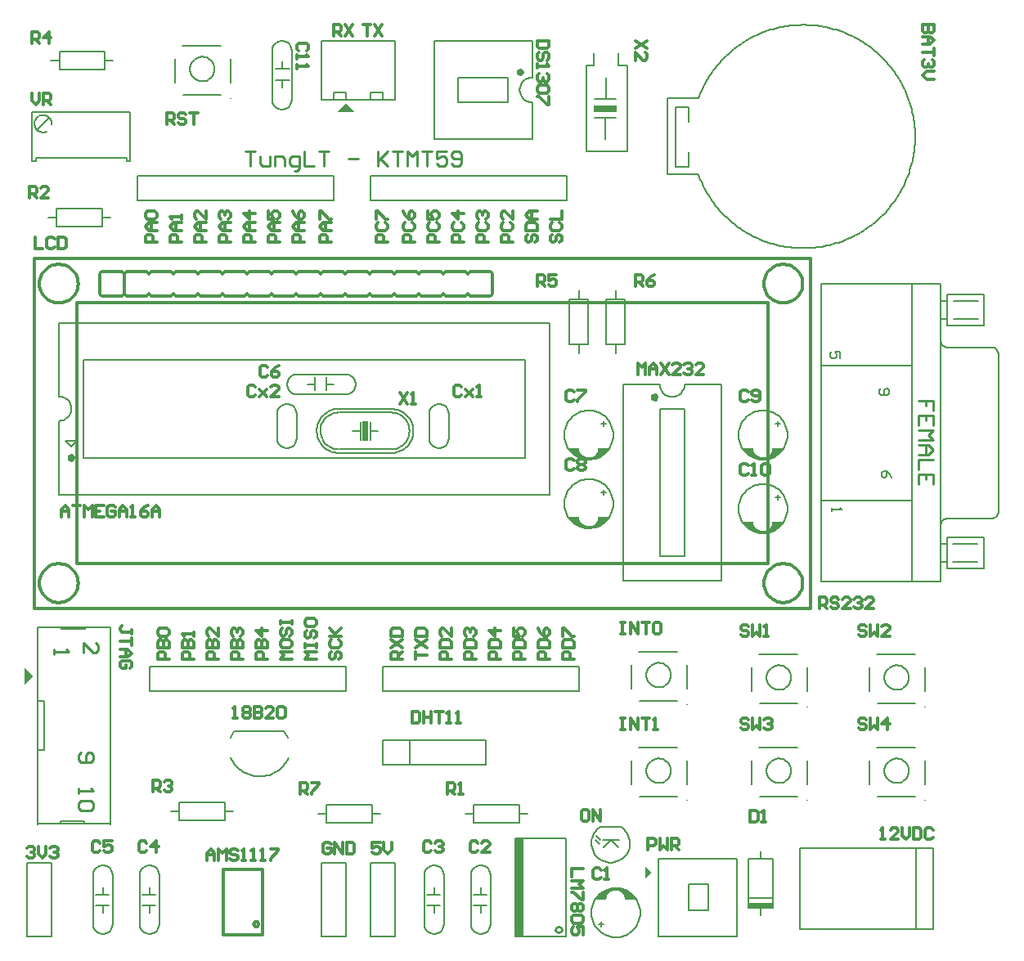
<source format=gto>
G04 Layer_Color=65535*
%FSTAX44Y44*%
%MOMM*%
G71*
G01*
G75*
%ADD53C,0.1524*%
%ADD54C,0.1778*%
%ADD55C,0.3000*%
%ADD56C,0.2540*%
%ADD57C,0.1780*%
%ADD58C,0.2000*%
%ADD59C,0.3810*%
%ADD60C,0.2032*%
%ADD61R,2.5400X0.5080*%
%ADD62R,0.9144X10.1346*%
%ADD63R,2.3368X0.7366*%
G36*
X0029845Y0054864D02*
X0028956Y0053975D01*
Y0055753D01*
X0029845Y0054864D01*
D02*
G37*
G36*
X01074166Y0070612D02*
X0106934Y00701802D01*
X0106426Y00698754D01*
X01056386Y00696976D01*
X01049274Y00697484D01*
X01042924Y00699262D01*
X01039114Y00701548D01*
X01036574Y0070358D01*
X01034288Y00706628D01*
X0103251Y0070866D01*
X01044448D01*
Y00706882D01*
X0104521Y00704342D01*
X01046226Y00702818D01*
X01048004Y00701294D01*
X01049782Y00700024D01*
X0105156Y00699262D01*
X010541Y00699008D01*
X0105664Y00699262D01*
X01058926Y00700024D01*
X01060958Y00701294D01*
X01062228Y00703072D01*
X01063244Y00705612D01*
X01063752Y0070866D01*
X01075436D01*
X01074166Y0070612D01*
D02*
G37*
G36*
X00906526Y00328676D02*
X00912876Y00326898D01*
X00916686Y00324612D01*
X00919226Y0032258D01*
X00921512Y00319532D01*
X0092329Y003175D01*
X00911352D01*
Y00319278D01*
X0091059Y00321818D01*
X00909574Y00323342D01*
X00907796Y00324866D01*
X00906018Y00326136D01*
X0090424Y00326898D01*
X009017Y00327152D01*
X0089916Y00326898D01*
X00896874Y00326136D01*
X00894842Y00324866D01*
X00893572Y00323088D01*
X00892556Y00320548D01*
X00892048Y003175D01*
X00880364D01*
X00881634Y0032004D01*
X0088646Y00324358D01*
X0089154Y00327406D01*
X00899414Y00329184D01*
X00906526Y00328676D01*
D02*
G37*
G36*
X0093853Y0034544D02*
X0093218Y0033909D01*
Y0035179D01*
X0093853Y0034544D01*
D02*
G37*
G36*
X00893826Y007112D02*
X00889Y00706882D01*
X0088392Y00703834D01*
X00876046Y00702056D01*
X00868934Y00702564D01*
X00862584Y00704342D01*
X00858774Y00706628D01*
X00856234Y0070866D01*
X00853948Y00711708D01*
X0085217Y0071374D01*
X00864108D01*
Y00711962D01*
X0086487Y00709422D01*
X00865886Y00707898D01*
X00867664Y00706374D01*
X00869442Y00705104D01*
X0087122Y00704342D01*
X0087376Y00704088D01*
X008763Y00704342D01*
X00878586Y00705104D01*
X00880618Y00706374D01*
X00881888Y00708152D01*
X00882904Y00710692D01*
X00883412Y0071374D01*
X00895096D01*
X00893826Y007112D01*
D02*
G37*
G36*
X00645541Y00792734D02*
X00639699D01*
Y008128D01*
X00645541D01*
Y00792734D01*
D02*
G37*
G36*
X00622427Y01141857D02*
X00631317Y01132967D01*
X00613283D01*
X00622427Y01142111D01*
Y01141857D01*
D02*
G37*
G36*
X00893826Y0078232D02*
X00889Y00778002D01*
X0088392Y00774954D01*
X00876046Y00773176D01*
X00868934Y00773684D01*
X00862584Y00775462D01*
X00858774Y00777748D01*
X00856234Y0077978D01*
X00853948Y00782828D01*
X0085217Y0078486D01*
X00864108D01*
Y00783082D01*
X0086487Y00780542D01*
X00865886Y00779018D01*
X00867664Y00777494D01*
X00869442Y00776224D01*
X0087122Y00775462D01*
X0087376Y00775208D01*
X008763Y00775462D01*
X00878586Y00776224D01*
X00880618Y00777494D01*
X00881888Y00779272D01*
X00882904Y00781812D01*
X00883412Y0078486D01*
X00895096D01*
X00893826Y0078232D01*
D02*
G37*
G36*
X01074166D02*
X0106934Y00778002D01*
X0106426Y00774954D01*
X01056386Y00773176D01*
X01049274Y00773684D01*
X01042924Y00775462D01*
X01039114Y00777748D01*
X01036574Y0077978D01*
X01034288Y00782828D01*
X0103251Y0078486D01*
X01044448D01*
Y00783082D01*
X0104521Y00780542D01*
X01046226Y00779018D01*
X01048004Y00777494D01*
X01049782Y00776224D01*
X0105156Y00775462D01*
X010541Y00775208D01*
X0105664Y00775462D01*
X01058926Y00776224D01*
X01060958Y00777494D01*
X01062228Y00779272D01*
X01063244Y00781812D01*
X01063752Y0078486D01*
X01075436D01*
X01074166Y0078232D01*
D02*
G37*
D53*
X0120523Y0045085D02*
X0120497Y00453406D01*
X01204201Y00455858D01*
X01202954Y00458105D01*
X0120128Y00460055D01*
X01199248Y00461628D01*
X01196941Y0046276D01*
X01194453Y00463404D01*
X01191887Y00463534D01*
X01189347Y00463145D01*
X01186937Y00462252D01*
X01184756Y00460893D01*
X01182894Y00459122D01*
X01181426Y00457013D01*
X01180412Y00454652D01*
X01179895Y00452135D01*
Y00449565D01*
X01180412Y00447048D01*
X01181426Y00444687D01*
X01182894Y00442578D01*
X01184756Y00440807D01*
X01186937Y00439448D01*
X01189347Y00438555D01*
X01191887Y00438166D01*
X01194453Y00438297D01*
X01196941Y00438941D01*
X01199248Y00440072D01*
X0120128Y00441645D01*
X01202954Y00443595D01*
X01204201Y00445842D01*
X0120497Y00448293D01*
X0120523Y0045085D01*
X0095885D02*
X0095859Y00453406D01*
X00957821Y00455858D01*
X00956574Y00458105D01*
X009549Y00460055D01*
X00952868Y00461628D01*
X00950561Y0046276D01*
X00948073Y00463404D01*
X00945507Y00463534D01*
X00942967Y00463145D01*
X00940557Y00462252D01*
X00938376Y00460893D01*
X00936514Y00459122D01*
X00935046Y00457013D01*
X00934032Y00454652D01*
X00933515Y00452135D01*
Y00449565D01*
X00934032Y00447048D01*
X00935046Y00444687D01*
X00936514Y00442578D01*
X00938376Y00440807D01*
X00940557Y00439448D01*
X00942967Y00438555D01*
X00945507Y00438166D01*
X00948073Y00438297D01*
X00950561Y00438941D01*
X00952868Y00440072D01*
X009549Y00441645D01*
X00956574Y00443595D01*
X00957821Y00445842D01*
X0095859Y00448293D01*
X0095885Y0045085D01*
X0108331D02*
X0108305Y00453406D01*
X01082281Y00455858D01*
X01081034Y00458105D01*
X0107936Y00460055D01*
X01077328Y00461628D01*
X01075021Y0046276D01*
X01072533Y00463404D01*
X01069967Y00463534D01*
X01067427Y00463145D01*
X01065017Y00462252D01*
X01062836Y00460893D01*
X01060974Y00459122D01*
X01059506Y00457013D01*
X01058492Y00454652D01*
X01057975Y00452135D01*
Y00449565D01*
X01058492Y00447048D01*
X01059506Y00444687D01*
X01060974Y00442578D01*
X01062836Y00440807D01*
X01065017Y00439448D01*
X01067427Y00438555D01*
X01069967Y00438166D01*
X01072533Y00438297D01*
X01075021Y00438941D01*
X01077328Y00440072D01*
X0107936Y00441645D01*
X01081034Y00443595D01*
X01082281Y00445842D01*
X0108305Y00448293D01*
X0108331Y0045085D01*
X0095885Y0054991D02*
X0095859Y00552467D01*
X00957821Y00554918D01*
X00956574Y00557165D01*
X009549Y00559115D01*
X00952868Y00560688D01*
X00950561Y00561819D01*
X00948073Y00562463D01*
X00945507Y00562594D01*
X00942967Y00562205D01*
X00940557Y00561312D01*
X00938376Y00559953D01*
X00936514Y00558182D01*
X00935046Y00556073D01*
X00934032Y00553712D01*
X00933515Y00551195D01*
Y00548625D01*
X00934032Y00546108D01*
X00935046Y00543747D01*
X00936514Y00541638D01*
X00938376Y00539867D01*
X00940557Y00538508D01*
X00942967Y00537615D01*
X00945507Y00537226D01*
X00948073Y00537356D01*
X00950561Y00538D01*
X00952868Y00539132D01*
X009549Y00540705D01*
X00956574Y00542655D01*
X00957821Y00544902D01*
X0095859Y00547354D01*
X0095885Y0054991D01*
X0120523Y0054737D02*
X0120497Y00549926D01*
X01204201Y00552378D01*
X01202954Y00554625D01*
X0120128Y00556575D01*
X01199248Y00558148D01*
X01196941Y0055928D01*
X01194453Y00559924D01*
X01191887Y00560054D01*
X01189347Y00559665D01*
X01186937Y00558772D01*
X01184756Y00557413D01*
X01182894Y00555642D01*
X01181426Y00553533D01*
X01180412Y00551172D01*
X01179895Y00548655D01*
Y00546085D01*
X01180412Y00543568D01*
X01181426Y00541207D01*
X01182894Y00539098D01*
X01184756Y00537327D01*
X01186937Y00535968D01*
X01189347Y00535075D01*
X01191887Y00534686D01*
X01194453Y00534817D01*
X01196941Y00535461D01*
X01199248Y00536592D01*
X0120128Y00538165D01*
X01202954Y00540115D01*
X01204201Y00542362D01*
X0120497Y00544813D01*
X0120523Y0054737D01*
X0108331D02*
X0108305Y00549926D01*
X01082281Y00552378D01*
X01081034Y00554625D01*
X0107936Y00556575D01*
X01077328Y00558148D01*
X01075021Y0055928D01*
X01072533Y00559924D01*
X01069967Y00560054D01*
X01067427Y00559665D01*
X01065017Y00558772D01*
X01062836Y00557413D01*
X01060974Y00555642D01*
X01059506Y00553533D01*
X01058492Y00551172D01*
X01057975Y00548655D01*
Y00546085D01*
X01058492Y00543568D01*
X01059506Y00541207D01*
X01060974Y00539098D01*
X01062836Y00537327D01*
X01065017Y00535968D01*
X01067427Y00535075D01*
X01069967Y00534686D01*
X01072533Y00534817D01*
X01075021Y00535461D01*
X01077328Y00536592D01*
X0107936Y00538165D01*
X01081034Y00540115D01*
X01082281Y00542362D01*
X0108305Y00544813D01*
X0108331Y0054737D01*
X0048641Y0117729D02*
X0048615Y01179846D01*
X00485381Y01182298D01*
X00484134Y01184545D01*
X0048246Y01186495D01*
X00480428Y01188068D01*
X00478121Y011892D01*
X00475633Y01189844D01*
X00473067Y01189974D01*
X00470527Y01189585D01*
X00468117Y01188692D01*
X00465936Y01187333D01*
X00464074Y01185562D01*
X00462606Y01183453D01*
X00461592Y01181092D01*
X00461075Y01178575D01*
Y01176005D01*
X00461592Y01173488D01*
X00462606Y01171127D01*
X00464074Y01169018D01*
X00465936Y01167247D01*
X00468117Y01165888D01*
X00470527Y01164995D01*
X00473067Y01164606D01*
X00475633Y01164736D01*
X00478121Y0116538D01*
X00480428Y01166512D01*
X0048246Y01168085D01*
X00484134Y01170035D01*
X00485381Y01172282D01*
X0048615Y01174734D01*
X0048641Y0117729D01*
X0117221Y0047498D02*
X0121158D01*
X0122174Y0043688D02*
Y0046101D01*
X01172464Y0042418D02*
X0121158D01*
X0116459Y0043688D02*
Y0046101D01*
X0092583Y0047498D02*
X009652D01*
X0097536Y0043688D02*
Y0046101D01*
X00926084Y0042418D02*
X009652D01*
X0091821Y0043688D02*
Y0046101D01*
X0105029Y0047498D02*
X0108966D01*
X0109982Y0043688D02*
Y0046101D01*
X01050544Y0042418D02*
X0108966D01*
X0104267Y0043688D02*
Y0046101D01*
X0092583Y0057404D02*
X009652D01*
X0097536Y0053594D02*
Y0056007D01*
X00926084Y0052324D02*
X009652D01*
X0091821Y0053594D02*
Y0056007D01*
X0117221Y005715D02*
X0121158D01*
X0122174Y005334D02*
Y0055753D01*
X01172464Y005207D02*
X0121158D01*
X0116459Y005334D02*
Y0055753D01*
X0105029Y005715D02*
X0108966D01*
X0109982Y005334D02*
Y0055753D01*
X01050544Y005207D02*
X0108966D01*
X0104267Y005334D02*
Y0055753D01*
X0045339Y0120142D02*
X0049276D01*
X0050292Y0116332D02*
Y0118745D01*
X00453644Y0115062D02*
X0049276D01*
X0044577Y0116332D02*
Y0118745D01*
D54*
X010795Y00722228D02*
X01079374Y00724757D01*
X01078996Y00727261D01*
X01078372Y00729715D01*
X01077505Y00732094D01*
X01076407Y00734376D01*
X01075087Y00736536D01*
X01073558Y00738555D01*
X01071835Y00740411D01*
X01069937Y00742086D01*
X01067881Y00743565D01*
X01065688Y00744831D01*
X0106338Y00745872D01*
X01060979Y00746679D01*
X01058511Y00747242D01*
X01055998Y00747557D01*
X01053467Y0074762D01*
X01050942Y00747431D01*
X01048448Y00746991D01*
X0104601Y00746305D01*
X01043653Y0074538D01*
X010414Y00744225D01*
X01039273Y00742851D01*
X01037293Y00741272D01*
X0103548Y00739504D01*
X01033853Y00737564D01*
X01032426Y00735472D01*
X01031215Y00733249D01*
X01030232Y00730915D01*
X01029485Y00728496D01*
X01028984Y00726014D01*
X01028732Y00723494D01*
Y00720962D01*
X01028984Y00718442D01*
X01029485Y0071596D01*
X01030232Y00713541D01*
X01031215Y00711207D01*
X01032426Y00708984D01*
X01033853Y00706891D01*
X0103548Y00704951D01*
X01037293Y00703184D01*
X01039273Y00701605D01*
X010414Y00700231D01*
X01043653Y00699076D01*
X0104601Y00698151D01*
X01048448Y00697465D01*
X01050942Y00697025D01*
X01053467Y00696836D01*
X01055998Y00696899D01*
X01058511Y00697214D01*
X01060979Y00697777D01*
X0106338Y00698584D01*
X01065688Y00699625D01*
X01067881Y00700891D01*
X01069937Y00702369D01*
X01071835Y00704045D01*
X01073558Y00705901D01*
X01075087Y0070792D01*
X01076407Y0071008D01*
X01077505Y00712362D01*
X01078372Y00714741D01*
X01078996Y00717195D01*
X01079374Y00719699D01*
X010795Y00722228D01*
Y00798428D02*
X01079374Y00800957D01*
X01078996Y00803461D01*
X01078372Y00805915D01*
X01077505Y00808294D01*
X01076407Y00810576D01*
X01075087Y00812736D01*
X01073558Y00814755D01*
X01071835Y00816611D01*
X01069937Y00818287D01*
X01067881Y00819765D01*
X01065688Y00821031D01*
X0106338Y00822072D01*
X01060979Y00822879D01*
X01058511Y00823442D01*
X01055998Y00823757D01*
X01053467Y0082382D01*
X01050942Y00823631D01*
X01048448Y00823191D01*
X0104601Y00822505D01*
X01043653Y0082158D01*
X010414Y00820425D01*
X01039273Y00819051D01*
X01037293Y00817472D01*
X0103548Y00815704D01*
X01033853Y00813764D01*
X01032426Y00811672D01*
X01031215Y00809449D01*
X01030232Y00807115D01*
X01029485Y00804696D01*
X01028984Y00802214D01*
X01028732Y00799694D01*
Y00797162D01*
X01028984Y00794642D01*
X01029485Y0079216D01*
X01030232Y00789741D01*
X01031215Y00787407D01*
X01032426Y00785183D01*
X01033853Y00783091D01*
X0103548Y00781152D01*
X01037293Y00779383D01*
X01039273Y00777805D01*
X010414Y00776431D01*
X01043653Y00775276D01*
X0104601Y00774351D01*
X01048448Y00773665D01*
X01050942Y00773225D01*
X01053467Y00773036D01*
X01055998Y00773099D01*
X01058511Y00773414D01*
X01060979Y00773977D01*
X0106338Y00774784D01*
X01065688Y00775825D01*
X01067881Y00777091D01*
X01069937Y00778569D01*
X01071835Y00780245D01*
X01073558Y00782101D01*
X01075087Y0078412D01*
X01076407Y0078628D01*
X01077505Y00788562D01*
X01078372Y00790941D01*
X01078996Y00793395D01*
X01079374Y00795899D01*
X010795Y00798428D01*
X0089916D02*
X00899034Y00800957D01*
X00898656Y00803461D01*
X00898032Y00805915D01*
X00897166Y00808294D01*
X00896067Y00810576D01*
X00894746Y00812736D01*
X00893217Y00814755D01*
X00891495Y00816611D01*
X00889597Y00818287D01*
X00887541Y00819765D01*
X00885348Y00821031D01*
X0088304Y00822072D01*
X00880639Y00822879D01*
X00878171Y00823442D01*
X00875658Y00823757D01*
X00873127Y0082382D01*
X00870602Y00823631D01*
X00868108Y00823191D01*
X0086567Y00822505D01*
X00863313Y0082158D01*
X0086106Y00820425D01*
X00858933Y00819051D01*
X00856953Y00817472D01*
X00855141Y00815704D01*
X00853513Y00813764D01*
X00852086Y00811672D01*
X00850875Y00809449D01*
X00849892Y00807115D01*
X00849145Y00804696D01*
X00848644Y00802214D01*
X00848392Y00799694D01*
Y00797162D01*
X00848644Y00794642D01*
X00849145Y0079216D01*
X00849892Y00789741D01*
X00850875Y00787407D01*
X00852086Y00785183D01*
X00853513Y00783091D01*
X00855141Y00781152D01*
X00856953Y00779383D01*
X00858933Y00777805D01*
X0086106Y00776431D01*
X00863313Y00775276D01*
X0086567Y00774351D01*
X00868108Y00773665D01*
X00870602Y00773225D01*
X00873127Y00773036D01*
X00875658Y00773099D01*
X00878171Y00773414D01*
X00880639Y00773977D01*
X0088304Y00774784D01*
X00885348Y00775825D01*
X00887541Y00777091D01*
X00889597Y00778569D01*
X00891495Y00780245D01*
X00893217Y00782101D01*
X00894746Y0078412D01*
X00896067Y0078628D01*
X00897166Y00788562D01*
X00898032Y00790941D01*
X00898656Y00793395D01*
X00899034Y00795899D01*
X0089916Y00798428D01*
Y00727308D02*
X00899034Y00729837D01*
X00898656Y00732341D01*
X00898032Y00734795D01*
X00897166Y00737174D01*
X00896067Y00739456D01*
X00894746Y00741616D01*
X00893217Y00743635D01*
X00891495Y00745491D01*
X00889597Y00747167D01*
X00887541Y00748645D01*
X00885348Y00749911D01*
X0088304Y00750952D01*
X00880639Y00751759D01*
X00878171Y00752322D01*
X00875658Y00752637D01*
X00873127Y007527D01*
X00870602Y00752511D01*
X00868108Y00752071D01*
X0086567Y00751385D01*
X00863313Y0075046D01*
X0086106Y00749305D01*
X00858933Y00747931D01*
X00856953Y00746352D01*
X00855141Y00744584D01*
X00853513Y00742645D01*
X00852086Y00740552D01*
X00850875Y00738329D01*
X00849892Y00735995D01*
X00849145Y00733576D01*
X00848644Y00731094D01*
X00848392Y00728574D01*
Y00726042D01*
X00848644Y00723522D01*
X00849145Y0072104D01*
X00849892Y00718621D01*
X00850875Y00716287D01*
X00852086Y00714063D01*
X00853513Y00711971D01*
X00855141Y00710032D01*
X00856953Y00708263D01*
X00858933Y00706685D01*
X0086106Y00705311D01*
X00863313Y00704156D01*
X0086567Y00703231D01*
X00868108Y00702545D01*
X00870602Y00702105D01*
X00873127Y00701916D01*
X00875658Y00701979D01*
X00878171Y00702294D01*
X00880639Y00702857D01*
X0088304Y00703664D01*
X00885348Y00704705D01*
X00887541Y00705971D01*
X00889597Y00707449D01*
X00891495Y00709125D01*
X00893217Y00710981D01*
X00894746Y00713D01*
X00896067Y0071516D01*
X00897166Y00717442D01*
X00898032Y00719821D01*
X00898656Y00722275D01*
X00899034Y00724779D01*
X0089916Y00727308D01*
X0040894Y002921D02*
X00409235Y00289669D01*
X00410104Y00287378D01*
X00411495Y00285363D01*
X00413329Y00283738D01*
X00415497Y002826D01*
X00417875Y00282014D01*
X00420325D01*
X00422703Y002826D01*
X00424871Y00283738D01*
X00426705Y00285363D01*
X00428096Y00287378D01*
X00428965Y00289669D01*
X0042926Y002921D01*
Y003429D02*
X00428965Y00345331D01*
X00428096Y00347622D01*
X00426705Y00349637D01*
X00424871Y00351261D01*
X00422703Y003524D01*
X00420325Y00352986D01*
X00417875D01*
X00415497Y003524D01*
X00413329Y00351261D01*
X00411495Y00349637D01*
X00410104Y00347622D01*
X00409235Y00345331D01*
X0040894Y003429D01*
X0036068Y002921D02*
X00360975Y00289669D01*
X00361844Y00287378D01*
X00363235Y00285363D01*
X00365069Y00283738D01*
X00367237Y002826D01*
X00369615Y00282014D01*
X00372065D01*
X00374443Y002826D01*
X00376612Y00283738D01*
X00378445Y00285363D01*
X00379836Y00287378D01*
X00380705Y00289669D01*
X00381Y002921D01*
Y003429D02*
X00380705Y00345331D01*
X00379836Y00347622D01*
X00378445Y00349637D01*
X00376612Y00351261D01*
X00374443Y003524D01*
X00372065Y00352986D01*
X00369615D01*
X00367237Y003524D01*
X00365069Y00351261D01*
X00363235Y00349637D01*
X00361844Y00347622D01*
X00360975Y00345331D01*
X0036068Y003429D01*
X0075184Y002921D02*
X00752135Y00289669D01*
X00753004Y00287378D01*
X00754395Y00285363D01*
X00756228Y00283738D01*
X00758397Y002826D01*
X00760775Y00282014D01*
X00763225D01*
X00765603Y002826D01*
X00767772Y00283738D01*
X00769605Y00285363D01*
X00770996Y00287378D01*
X00771865Y00289669D01*
X0077216Y002921D01*
Y003429D02*
X00771865Y00345331D01*
X00770996Y00347622D01*
X00769605Y00349637D01*
X00767772Y00351261D01*
X00765603Y003524D01*
X00763225Y00352986D01*
X00760775D01*
X00758397Y003524D01*
X00756228Y00351261D01*
X00754395Y00349637D01*
X00753004Y00347622D01*
X00752135Y00345331D01*
X0075184Y003429D01*
X0070358Y002921D02*
X00703875Y00289669D01*
X00704744Y00287378D01*
X00706135Y00285363D01*
X00707969Y00283738D01*
X00710137Y002826D01*
X00712515Y00282014D01*
X00714965D01*
X00717343Y002826D01*
X00719511Y00283738D01*
X00721345Y00285363D01*
X00722736Y00287378D01*
X00723605Y00289669D01*
X007239Y002921D01*
Y003429D02*
X00723605Y00345331D01*
X00722736Y00347622D01*
X00721345Y00349637D01*
X00719511Y00351261D01*
X00717343Y003524D01*
X00714965Y00352986D01*
X00712515D01*
X00710137Y003524D01*
X00707969Y00351261D01*
X00706135Y00349637D01*
X00704744Y00347622D01*
X00703875Y00345331D01*
X0070358Y003429D01*
X009271Y00303932D02*
X00926974Y00306461D01*
X00926596Y00308965D01*
X00925972Y00311419D01*
X00925106Y00313798D01*
X00924007Y0031608D01*
X00922686Y0031824D01*
X00921158Y00320259D01*
X00919435Y00322115D01*
X00917537Y00323791D01*
X00915481Y00325269D01*
X00913288Y00326535D01*
X0091098Y00327576D01*
X00908579Y00328383D01*
X00906111Y00328946D01*
X00903598Y00329261D01*
X00901067Y00329324D01*
X00898542Y00329135D01*
X00896048Y00328695D01*
X0089361Y00328009D01*
X00891253Y00327084D01*
X00889Y00325929D01*
X00886873Y00324555D01*
X00884893Y00322976D01*
X00883081Y00321208D01*
X00881453Y00319269D01*
X00880026Y00317176D01*
X00878815Y00314953D01*
X00877832Y00312619D01*
X00877085Y003102D01*
X00876584Y00307718D01*
X00876332Y00305198D01*
Y00302666D01*
X00876584Y00300146D01*
X00877085Y00297665D01*
X00877832Y00295245D01*
X00878815Y00292911D01*
X00880026Y00290688D01*
X00881453Y00288596D01*
X00883081Y00286656D01*
X00884893Y00284888D01*
X00886873Y00283309D01*
X00889Y00281935D01*
X00891253Y0028078D01*
X0089361Y00279855D01*
X00896048Y00279169D01*
X00898542Y00278729D01*
X00901067Y0027854D01*
X00903598Y00278603D01*
X00906111Y00278918D01*
X00908579Y00279481D01*
X0091098Y00280288D01*
X00913288Y00281329D01*
X00915481Y00282595D01*
X00917537Y00284074D01*
X00919435Y00285749D01*
X00921158Y00287605D01*
X00922686Y00289624D01*
X00924007Y00291784D01*
X00925106Y00294066D01*
X00925972Y00296445D01*
X00926596Y00298899D01*
X00926974Y00301403D01*
X009271Y00303932D01*
X00987535Y01067571D02*
X00988437Y01065197D01*
X00989391Y01062844D01*
X00990396Y01060512D01*
X00991453Y01058203D01*
X0099256Y01055918D01*
X00993717Y01053658D01*
X00994923Y01051423D01*
X00996178Y01049216D01*
X00997482Y01047037D01*
X00998832Y01044887D01*
X0100023Y01042767D01*
X01001674Y01040678D01*
X01003164Y01038622D01*
X01004698Y01036598D01*
X01006276Y01034609D01*
X01007898Y01032655D01*
X01009563Y01030738D01*
X01011268Y01028857D01*
X01013015Y01027014D01*
X01014802Y0102521D01*
X01016629Y01023446D01*
X01018493Y01021722D01*
X01020395Y0102004D01*
X01022334Y010184D01*
X01024308Y01016802D01*
X01026316Y01015249D01*
X01028359Y0101374D01*
X01030433Y01012276D01*
X0103254Y01010859D01*
X01034677Y01009487D01*
X01036844Y01008164D01*
X01039039Y01006888D01*
X01041262Y0100566D01*
X01043512Y01004482D01*
X01045786Y01003354D01*
X01048085Y01002275D01*
X01050407Y01001248D01*
X01052751Y01000271D01*
X01055116Y00999347D01*
X01057501Y00998475D01*
X01059904Y00997655D01*
X01062325Y00996888D01*
X01064762Y00996175D01*
X01067214Y00995515D01*
X0106968Y00994909D01*
X01072159Y00994358D01*
X01074649Y00993861D01*
X01077149Y00993419D01*
X01079659Y00993033D01*
X01082177Y00992701D01*
X01084701Y00992425D01*
X0108723Y00992204D01*
X01089764Y00992039D01*
X01092301Y00991929D01*
X0109484Y00991876D01*
X01097379Y00991878D01*
X01099918Y00991936D01*
X01102455Y0099205D01*
X01104988Y00992219D01*
X01107517Y00992444D01*
X01110041Y00992725D01*
X01112558Y00993061D01*
X01115067Y00993452D01*
X01117567Y00993898D01*
X01120056Y00994399D01*
X01122534Y00994955D01*
X01124999Y00995565D01*
X0112745Y00996229D01*
X01129886Y00996946D01*
X01132305Y00997717D01*
X01134707Y00998541D01*
X0113709Y00999417D01*
X01139453Y01000346D01*
X01141796Y01001327D01*
X01144116Y01002358D01*
X01146413Y0100344D01*
X01148686Y01004573D01*
X01150933Y01005755D01*
X01153154Y01006986D01*
X01155347Y01008266D01*
X01157512Y01009594D01*
X01159647Y01010968D01*
X01161751Y0101239D01*
X01163823Y01013857D01*
X01165863Y01015369D01*
X01167869Y01016926D01*
X0116984Y01018527D01*
X01171776Y01020171D01*
X01173675Y01021856D01*
X01175536Y01023583D01*
X0117736Y01025351D01*
X01179144Y01027158D01*
X01180887Y01029004D01*
X0118259Y01030887D01*
X01184251Y01032808D01*
X0118587Y01034765D01*
X01187445Y01036757D01*
X01188975Y01038783D01*
X01190461Y01040842D01*
X01191902Y01042933D01*
X01193296Y01045055D01*
X01194643Y01047207D01*
X01195943Y01049389D01*
X01197194Y01051599D01*
X01198396Y01053835D01*
X01199549Y01056098D01*
X01200652Y01058385D01*
X01201705Y01060696D01*
X01202706Y01063029D01*
X01203656Y01065384D01*
X01204554Y01067759D01*
X012054Y01070154D01*
X01206193Y01072566D01*
X01206932Y01074995D01*
X01207618Y0107744D01*
X01208251Y01079899D01*
X01208829Y01082372D01*
X01209352Y01084856D01*
X01209821Y01087352D01*
X01210235Y01089857D01*
X01210593Y01092371D01*
X01210897Y01094892D01*
X01211145Y01097419D01*
X01211337Y01099951D01*
X01211474Y01102487D01*
X01211555Y01105025D01*
X0121158Y01107564D01*
X01211549Y01110103D01*
X01211463Y01112641D01*
X01211321Y01115176D01*
X01211123Y01117708D01*
X0121087Y01120234D01*
X01210561Y01122755D01*
X01210197Y01125268D01*
X01209777Y01127772D01*
X01209303Y01130267D01*
X01208774Y0113275D01*
X01208191Y01135222D01*
X01207554Y0113768D01*
X01206862Y01140123D01*
X01206117Y01142551D01*
X0120532Y01144961D01*
X01204469Y01147354D01*
X01203566Y01149727D01*
X01202611Y0115208D01*
X01201604Y01154411D01*
X01200547Y0115672D01*
X01199439Y01159005D01*
X01198281Y01161265D01*
X01197074Y01163499D01*
X01195818Y01165705D01*
X01194513Y01167884D01*
X01193162Y01170034D01*
X01191763Y01172153D01*
X01190318Y01174241D01*
X01188828Y01176297D01*
X01187292Y0117832D01*
X01185713Y01180308D01*
X01184091Y01182261D01*
X01182426Y01184178D01*
X01180719Y01186058D01*
X01178971Y011879D01*
X01177183Y01189704D01*
X01175356Y01191467D01*
X01173491Y0119319D01*
X01171588Y01194872D01*
X01169649Y01196511D01*
X01167674Y01198108D01*
X01165665Y0119966D01*
X01163622Y01201168D01*
X01161547Y01202631D01*
X01159439Y01204048D01*
X01157302Y01205418D01*
X01155134Y01206741D01*
X01152938Y01208016D01*
X01150715Y01209243D01*
X01148465Y0121042D01*
X0114619Y01211548D01*
X0114389Y01212625D01*
X01141568Y01213652D01*
X01139223Y01214627D01*
X01136858Y0121555D01*
X01134473Y01216422D01*
X01132069Y01217241D01*
X01129648Y01218006D01*
X01127211Y01218719D01*
X01124759Y01219377D01*
X01122292Y01219982D01*
X01119813Y01220532D01*
X01117323Y01221028D01*
X01114822Y01221469D01*
X01112312Y01221854D01*
X01109795Y01222185D01*
X01107271Y0122246D01*
X01104741Y0122268D01*
X01102207Y01222844D01*
X0109967Y01222952D01*
X01097131Y01223005D01*
X01094592Y01223001D01*
X01092053Y01222942D01*
X01089517Y01222827D01*
X01086983Y01222657D01*
X01084454Y01222431D01*
X0108193Y01222149D01*
X01079413Y01221812D01*
X01076905Y0122142D01*
X01074405Y01220973D01*
X01071916Y01220471D01*
X01069438Y01219914D01*
X01066974Y01219303D01*
X01064523Y01218638D01*
X01062088Y01217919D01*
X01059669Y01217147D01*
X01057267Y01216322D01*
X01054884Y01215445D01*
X01052521Y01214515D01*
X01050179Y01213534D01*
X01047859Y01212502D01*
X01045563Y01211418D01*
X0104329Y01210285D01*
X01041044Y01209102D01*
X01038823Y0120787D01*
X01036631Y01206589D01*
X01034467Y0120526D01*
X01032332Y01203885D01*
X01030229Y01202462D01*
X01028157Y01200994D01*
X01026118Y01199481D01*
X01024113Y01197923D01*
X01022142Y01196322D01*
X01020207Y01194677D01*
X01018309Y01192991D01*
X01016448Y01191263D01*
X01014625Y01189495D01*
X01012842Y01187687D01*
X01011099Y0118584D01*
X01009397Y01183956D01*
X01007737Y01182035D01*
X0100612Y01180077D01*
X01004546Y01178085D01*
X01003016Y01176058D01*
X0100153Y01173998D01*
X01000091Y01171907D01*
X00998698Y01169784D01*
X00997351Y01167631D01*
X00996053Y01165449D01*
X00994802Y01163238D01*
X00993601Y01161001D01*
X00992449Y01158738D01*
X00991347Y01156451D01*
X00990295Y0115414D01*
X00989295Y01151806D01*
X00988346Y0114945D01*
X00987451Y01147081D01*
X00318006Y01120336D02*
X00317757Y01122798D01*
X00316854Y01125102D01*
X00315363Y01127078D01*
X00313394Y01128578D01*
X00311094Y01129492D01*
X00308633Y01129751D01*
X00306193Y01129338D01*
X00303955Y01128283D01*
X00302084Y01126663D01*
X00300719Y01124598D01*
X00299961Y01122242D01*
X00299867Y01119769D01*
X00300442Y01117362D01*
X00301646Y011152D01*
X00303387Y01113442D01*
X00305538Y01112218D01*
X0030794Y0111162D01*
X00310413Y01111691D01*
X00312777Y01112426D01*
X0066952Y0077978D02*
X00672076Y00779941D01*
X00674597Y00780386D01*
X00677054Y0078111D01*
X00679413Y00782105D01*
X00681647Y00783357D01*
X00683726Y00784851D01*
X00685626Y00786568D01*
X00687321Y00788487D01*
X00688792Y00790584D01*
X00690018Y00792832D01*
X00690985Y00795202D01*
X00691682Y00797667D01*
X00692098Y00800193D01*
X00692229Y00802751D01*
X00692073Y00805307D01*
X00691632Y00807829D01*
X00690912Y00810286D01*
X00689922Y00812648D01*
X00688674Y00814884D01*
X00687183Y00816966D01*
X00685469Y00818868D01*
X00683553Y00820567D01*
X00681459Y00822041D01*
X00679213Y00823271D01*
X00676844Y00824243D01*
X00674381Y00824943D01*
X00671855Y00825364D01*
X00669298Y008255D01*
X00615957Y00825501D02*
X0061343Y00825447D01*
X00610924Y00825113D01*
X00608471Y00824505D01*
X00606099Y0082363D01*
X00603839Y00822498D01*
X00601717Y00821124D01*
X00599761Y00819524D01*
X00597993Y00817718D01*
X00596435Y00815727D01*
X00595106Y00813577D01*
X00594023Y00811292D01*
X00593199Y00808903D01*
X00592643Y00806437D01*
X00592363Y00803925D01*
X00592363Y00801397D01*
X00592641Y00798885D01*
X00593195Y00796418D01*
X00594018Y00794028D01*
X005951Y00791744D01*
X00596427Y00789593D01*
X00597984Y00787601D01*
X00599751Y00785794D01*
X00601707Y00784192D01*
X00603828Y00782817D01*
X00606088Y00781684D01*
X00608459Y00780807D01*
X00610912Y00780198D01*
X00613417Y00779863D01*
X00615944Y00779807D01*
X00669221Y0078359D02*
X00671703Y0078377D01*
X00674142Y00784271D01*
X00676494Y00785086D01*
X00678719Y007862D01*
X0068078Y00787595D01*
X00682642Y00789247D01*
X00684273Y00791128D01*
X00685644Y00793205D01*
X00686733Y00795443D01*
X00687521Y00797804D01*
X00687994Y00800248D01*
X00688145Y00802732D01*
X0068797Y00805215D01*
X00687473Y00807654D01*
X00686662Y00810008D01*
X00685552Y00812235D01*
X0068416Y00814299D01*
X00682512Y00816164D01*
X00680634Y00817798D01*
X00678559Y00819173D01*
X00676323Y00820266D01*
X00673963Y00821058D01*
X0067152Y00821535D01*
X00669036Y0082169D01*
X00614934D02*
X00612451Y00821511D01*
X00610013Y0082101D01*
X00607661Y00820195D01*
X00605436Y00819081D01*
X00603374Y00817685D01*
X00601513Y00816033D01*
X00599882Y00814153D01*
X00598511Y00812076D01*
X00597422Y00809837D01*
X00596634Y00807476D01*
X00596161Y00805033D01*
X0059601Y00802548D01*
X00596185Y00800065D01*
X00596682Y00797626D01*
X00597492Y00795273D01*
X00598603Y00793045D01*
X00599995Y00790981D01*
X00601643Y00789117D01*
X00603521Y00787483D01*
X00605596Y00786108D01*
X00607832Y00785015D01*
X00610192Y00784223D01*
X00612635Y00783745D01*
X00615119Y0078359D01*
X0055118Y00794766D02*
X00551475Y00792335D01*
X00552344Y00790044D01*
X00553735Y00788029D01*
X00555569Y00786404D01*
X00557737Y00785266D01*
X00560115Y0078468D01*
X00562565D01*
X00564943Y00785266D01*
X00567112Y00786404D01*
X00568945Y00788029D01*
X00570336Y00790044D01*
X00571205Y00792335D01*
X005715Y00794766D01*
Y0082042D02*
X00571205Y00822851D01*
X00570336Y00825142D01*
X00568945Y00827157D01*
X00567112Y00828782D01*
X00564943Y0082992D01*
X00562565Y00830506D01*
X00560115D01*
X00557737Y0082992D01*
X00555569Y00828782D01*
X00553735Y00827157D01*
X00552344Y00825142D01*
X00551475Y00822851D01*
X0055118Y0082042D01*
X0070866Y00794766D02*
X00708955Y00792335D01*
X00709824Y00790044D01*
X00711215Y00788029D01*
X00713048Y00786404D01*
X00715217Y00785266D01*
X00717595Y0078468D01*
X00720045D01*
X00722423Y00785266D01*
X00724592Y00786404D01*
X00726425Y00788029D01*
X00727816Y00790044D01*
X00728685Y00792335D01*
X0072898Y00794766D01*
Y0082042D02*
X00728685Y00822851D01*
X00727816Y00825142D01*
X00726425Y00827157D01*
X00724592Y00828782D01*
X00722423Y0082992D01*
X00720045Y00830506D01*
X00717595D01*
X00715217Y0082992D01*
X00713048Y00828782D01*
X00711215Y00827157D01*
X00709824Y00825142D01*
X00708955Y00822851D01*
X0070866Y0082042D01*
X005715Y0086106D02*
X00569069Y00860765D01*
X00566778Y00859896D01*
X00564763Y00858505D01*
X00563139Y00856672D01*
X00562Y00854503D01*
X00561414Y00852125D01*
Y00849675D01*
X00562Y00847297D01*
X00563139Y00845128D01*
X00564763Y00843295D01*
X00566778Y00841904D01*
X00569069Y00841035D01*
X005715Y0084074D01*
X006223D02*
X00624731Y00841035D01*
X00627022Y00841904D01*
X00629037Y00843295D01*
X00630662Y00845128D01*
X006318Y00847297D01*
X00632386Y00849675D01*
Y00852125D01*
X006318Y00854503D01*
X00630662Y00856672D01*
X00629037Y00858505D01*
X00627022Y00859896D01*
X00624731Y00860765D01*
X006223Y0086106D01*
X0056642Y0119634D02*
X00566125Y01198771D01*
X00565256Y01201062D01*
X00563865Y01203077D01*
X00562032Y01204702D01*
X00559863Y0120584D01*
X00557485Y01206426D01*
X00555035D01*
X00552657Y0120584D01*
X00550489Y01204702D01*
X00548655Y01203077D01*
X00547264Y01201062D01*
X00546395Y01198771D01*
X005461Y0119634D01*
Y0114554D02*
X00546395Y01143109D01*
X00547264Y01140818D01*
X00548655Y01138803D01*
X00550489Y01137178D01*
X00552657Y0113604D01*
X00555035Y01135454D01*
X00557485D01*
X00559863Y0113604D01*
X00562032Y01137178D01*
X00563865Y01138803D01*
X00565256Y01140818D01*
X00566125Y01143109D01*
X0056642Y0114554D01*
X00815436Y01168388D02*
X00812905Y01168221D01*
X00810457Y01167553D01*
X00808191Y01166412D01*
X00806196Y01164843D01*
X00804554Y0116291D01*
X00803328Y01160688D01*
X00802569Y01158267D01*
X00802306Y01155744D01*
X0080255Y01153218D01*
X00803291Y01150792D01*
X008045Y01148561D01*
X00806127Y01146615D01*
X0080811Y01145031D01*
X00810367Y01143873D01*
X0081281Y01143187D01*
X0081534Y01143D01*
X00325024Y00813066D02*
X00327556Y00813233D01*
X00330003Y00813901D01*
X00332269Y00815042D01*
X00334264Y00816611D01*
X00335906Y00818544D01*
X00337132Y00820766D01*
X00337891Y00823187D01*
X00338154Y0082571D01*
X0033791Y00828236D01*
X00337169Y00830662D01*
X00335961Y00832893D01*
X00334333Y00834839D01*
X0033235Y00836423D01*
X00330093Y00837581D01*
X0032765Y00838267D01*
X0032512Y00838454D01*
X00502935Y00464827D02*
X00504035Y00462566D01*
X00505304Y00460396D01*
X00506734Y00458329D01*
X00508318Y00456376D01*
X00510045Y0045455D01*
X00511906Y0045286D01*
X00513891Y00451317D01*
X00515987Y0044993D01*
X00518182Y00448705D01*
X00520465Y00447652D01*
X0052282Y00446774D01*
X00525236Y00446079D01*
X00527698Y0044557D01*
X00530191Y00445249D01*
X00532702Y00445119D01*
X00535215Y0044518D01*
X00537716Y00445433D01*
X00540191Y00445874D01*
X00542624Y00446503D01*
X00545004Y00447315D01*
X00547314Y00448306D01*
X00549542Y0044947D01*
X00551675Y004508D01*
X00553701Y00452288D01*
X00555608Y00453926D01*
X00557385Y00455704D01*
X00559021Y00457613D01*
X00560508Y0045964D01*
X00561835Y00461774D01*
X00562997Y00464004D01*
X00947432Y00850996D02*
X00947599Y00848465D01*
X00948267Y00846017D01*
X00949408Y00843751D01*
X00950977Y00841756D01*
X0095291Y00840114D01*
X00955132Y00838888D01*
X00957553Y00838129D01*
X00960076Y00837866D01*
X00962602Y0083811D01*
X00965028Y00838851D01*
X00967259Y0084006D01*
X00969205Y00841687D01*
X00970789Y0084367D01*
X00971947Y00845927D01*
X00972633Y0084837D01*
X0097282Y008509D01*
X01221486Y0042037D02*
X0122174Y00420624D01*
X00975106Y0042037D02*
X0097536Y00420624D01*
X01099566Y0042037D02*
X0109982Y00420624D01*
X00649478Y00396748D02*
Y00416052D01*
X00602488Y00396748D02*
Y00416052D01*
X00649478D01*
X00593852Y004064D02*
X00602488D01*
Y00396748D02*
X00649478D01*
Y004064D02*
X00658368D01*
X00975106Y0051943D02*
X0097536Y00519684D01*
X01221486Y0051689D02*
X0122174Y00517144D01*
X01099566Y0051689D02*
X0109982Y00517144D01*
X00497078Y00399288D02*
Y00418592D01*
X00450088Y00399288D02*
Y00418592D01*
X00497078D01*
X00441452Y0040894D02*
X00450088D01*
Y00399288D02*
X00497078D01*
Y0040894D02*
X00505968D01*
X0106934Y0073152D02*
Y007366D01*
X010668Y0073406D02*
X0107188D01*
X0106934Y0080772D02*
Y008128D01*
X010668Y0081026D02*
X0107188D01*
X00889Y0080772D02*
Y008128D01*
X0088646Y0081026D02*
X0089154D01*
X00889Y007366D02*
Y0074168D01*
X0088646Y0073914D02*
X0089154D01*
X00801878Y00396748D02*
Y00416052D01*
X00754888Y00396748D02*
Y00416052D01*
X00801878D01*
X00746252Y004064D02*
X00754888D01*
Y00396748D02*
X00801878D01*
Y004064D02*
X00810768D01*
X0040894Y002921D02*
Y003429D01*
X0042926Y002921D02*
Y003429D01*
X0041148Y0031115D02*
X0042545D01*
X0041148Y0032258D02*
X0042545D01*
X004191Y0030353D02*
Y0031115D01*
Y0032258D02*
Y003302D01*
X0036068Y002921D02*
Y003429D01*
X00381Y002921D02*
Y003429D01*
X0036322Y0031115D02*
X0037719D01*
X0036322Y0032258D02*
X0037719D01*
X0037084Y0030353D02*
Y0031115D01*
Y0032258D02*
Y003302D01*
X0075184Y002921D02*
Y003429D01*
X0077216Y002921D02*
Y003429D01*
X0075438Y0031115D02*
X0076835D01*
X0075438Y0032258D02*
X0076835D01*
X00762Y0030353D02*
Y0031115D01*
Y0032258D02*
Y003302D01*
X0070358Y002921D02*
Y003429D01*
X007239Y002921D02*
Y003429D01*
X0070612Y0031115D02*
X0072009D01*
X0070612Y0032258D02*
X0072009D01*
X0071374Y0030353D02*
Y0031115D01*
Y0032258D02*
Y003302D01*
X0088646Y0028956D02*
Y0029464D01*
X0088392Y002921D02*
X00889D01*
X0105156Y0030861D02*
X01055624D01*
X01046226D02*
X0105156D01*
X01039622Y00319024D02*
X0106426D01*
X0105156Y0030099D02*
Y0030861D01*
Y0035941D02*
Y0036703D01*
Y0030861D02*
X0106426D01*
Y0035941D01*
X0103886D02*
X0106426D01*
X0103886Y0030861D02*
Y0035941D01*
Y0030861D02*
X0105156D01*
X00997712Y00306324D02*
Y00333248D01*
X00977392D02*
X00997712D01*
X00977392Y00306324D02*
Y00333248D01*
X0094615Y002794D02*
Y00360172D01*
Y002794D02*
X0102743D01*
Y00360172D01*
X0094615D02*
X0102743D01*
X00977392Y00306324D02*
X00997712D01*
X00853948Y00892302D02*
X00873252D01*
X00853948Y00939292D02*
X00873252D01*
Y00892302D02*
Y00939292D01*
X008636D02*
Y00947928D01*
X00853948Y00892302D02*
Y00939292D01*
X008636Y00883412D02*
Y00892302D01*
X00892048D02*
X00911352D01*
X00892048Y00939292D02*
X00911352D01*
Y00892302D02*
Y00939292D01*
X009017D02*
Y00947928D01*
X00892048Y00892302D02*
Y00939292D01*
X009017Y00883412D02*
Y00892302D01*
X005969Y0114554D02*
Y012065D01*
Y0114554D02*
X006731D01*
Y012065D01*
X005969D02*
X006731D01*
X00609346Y01145794D02*
Y01153414D01*
X00622046D01*
Y01145794D02*
Y01153414D01*
X00647954Y01145286D02*
Y01152906D01*
X00660654D01*
Y01145286D02*
Y01152906D01*
X00977138Y01075944D02*
Y01091438D01*
X00963676Y01075944D02*
X00977138D01*
X00963676D02*
Y01138174D01*
X00976884D01*
Y01122426D02*
Y01138174D01*
X0095504Y0114681D02*
X00987127D01*
X0095504Y0106807D02*
Y0114681D01*
Y0106807D02*
X00987535D01*
X00370078Y01013968D02*
Y01033272D01*
X00323088Y01013968D02*
Y01033272D01*
X00370078D01*
X00314452Y0102362D02*
X00323088D01*
Y01013968D02*
X00370078D01*
Y0102362D02*
X00378968D01*
X0030226Y01114552D02*
X0031496Y01127252D01*
X0029718Y0108204D02*
Y0113284D01*
Y0108204D02*
X00301498D01*
Y01085088D01*
X00395224D01*
Y0108204D02*
Y01085088D01*
Y0108204D02*
X00399034D01*
Y0113284D01*
X0029718D02*
X00399034D01*
X00803402Y00380492D02*
X00806958Y00380746D01*
X00849884Y00279654D02*
Y00285496D01*
X0084963Y002794D02*
X00849884Y00279654D01*
X0079756Y002794D02*
X0084963D01*
X0079756D02*
Y00380746D01*
X0084963D01*
X00849884Y00381D01*
Y00285496D02*
Y00381D01*
X00888492Y00379222D02*
X00905256D01*
X0089662D02*
X00903986Y00371856D01*
X00889254D02*
X0089662Y00379222D01*
X00886502Y00393172D02*
X00906614D01*
X00880364Y00379222D02*
X00884682Y00374904D01*
X00881126Y00383286D02*
X00885444Y00378968D01*
X00303784Y00395986D02*
X00378714D01*
X0037866Y00395732D02*
Y0059964D01*
X00303784Y00395986D02*
X00378714D01*
X0037866Y00395732D02*
Y0059964D01*
X00303276Y0052339D02*
X0030988D01*
Y0047239D02*
Y0052339D01*
X00303022Y0047239D02*
X0030988D01*
X00303164Y00396606D02*
X00303784Y00395986D01*
X0032741Y0059964D02*
X0032766Y0059939D01*
Y0059739D02*
Y0059939D01*
X0035241Y0059739D02*
Y0059964D01*
X00326644Y00398526D02*
X00351894D01*
X0030291Y00395732D02*
Y0059964D01*
X0037866D01*
X0032766Y0059739D02*
X0035241D01*
X00351894Y00395986D02*
Y00398526D01*
X00326644Y00395986D02*
Y00398526D01*
X00629412Y00802386D02*
X00637286D01*
Y00793496D02*
Y00812292D01*
X006477Y00802386D02*
X0065532D01*
X006477Y00793242D02*
Y00812292D01*
X00615957Y00825501D02*
X00669299D01*
X00615944Y00779781D02*
X0066952D01*
X00615703Y0082169D02*
X00669045D01*
X00615449Y0078359D02*
X00668791D01*
X0055118Y0079502D02*
Y0082042D01*
X005715Y0079502D02*
Y0082042D01*
X0070866Y0079502D02*
Y0082042D01*
X0072898Y0079502D02*
Y0082042D01*
X005715Y0086106D02*
X006223D01*
X005715Y0084074D02*
X006223D01*
X0059055Y0084455D02*
Y0085852D01*
X0060198Y0084455D02*
Y0085852D01*
X0058293Y008509D02*
X0059055D01*
X0060198D02*
X006096D01*
X00502666Y0114681D02*
X0050292Y01147064D01*
X0056642Y0114554D02*
Y0119634D01*
X005461Y0114554D02*
Y0119634D01*
X0054991Y0117729D02*
X0056388D01*
X0054991Y0116586D02*
X0056388D01*
X0055626Y0117729D02*
Y0118491D01*
Y0115824D02*
Y0116586D01*
X00325882Y01176528D02*
Y01195832D01*
X00372872Y01176528D02*
Y01195832D01*
X00325882Y01176528D02*
X00372872D01*
Y0118618D02*
X00381508D01*
X00325882Y01195832D02*
X00372872D01*
X00316992Y0118618D02*
X00325882D01*
X0090424Y011811D02*
Y011938D01*
X0087884Y011811D02*
Y011938D01*
X0090424Y011811D02*
X00913384D01*
Y01092454D02*
Y011811D01*
X0087122Y01092454D02*
X00913384D01*
X0087122D02*
Y011811D01*
X0087884D01*
X00891286Y01146302D02*
Y01168146D01*
X00879856Y01146302D02*
X009017D01*
X00879856Y01126744D02*
X009017D01*
X00891032Y01104646D02*
Y0112649D01*
X0081534Y011684D02*
Y012065D01*
Y011049D02*
Y01142746D01*
X0071374Y012065D02*
X0081534D01*
X0071374Y011049D02*
Y012065D01*
Y011049D02*
X0081534D01*
X00738632Y01143D02*
Y011684D01*
X00789686D01*
Y01143D02*
Y011684D01*
X00738632Y01143D02*
X00789686D01*
X00331724Y0079248D02*
X00331978D01*
X00338074Y00786384D01*
Y0078613D02*
Y00786384D01*
Y0078613D02*
X0034417Y00792226D01*
Y00792734D01*
X00343916Y0079248D02*
X0034417Y00792734D01*
X00331724Y0079248D02*
X00343916D01*
X0032512Y009144D02*
X0083312D01*
Y007366D02*
Y009144D01*
X0032512Y007366D02*
X0083312D01*
X0032512Y00838708D02*
Y009144D01*
Y007366D02*
Y00813054D01*
X0035052Y007747D02*
X0080772D01*
Y008763D01*
X0035052D02*
X0080772D01*
X0035052Y007747D02*
Y008763D01*
X0050673Y0049149D02*
X00558292D01*
X00503428Y00484886D02*
X0050673Y0049149D01*
X00558292D02*
X00562696Y004852D01*
X01010666Y008509D02*
X0101092Y00850646D01*
Y006477D02*
Y00850646D01*
X0090932Y006477D02*
X0101092D01*
X0090932D02*
Y008509D01*
X00973074D02*
X0101092D01*
X0090932D02*
X0094742D01*
Y008255D02*
X0097282D01*
X0094742Y006731D02*
Y008255D01*
Y006731D02*
X0097282D01*
Y008255D01*
X0121285Y0028702D02*
Y0037084D01*
X010922D02*
X0123063D01*
X010922Y0028702D02*
X0123063D01*
X010922D02*
Y0037084D01*
X0123063Y0028702D02*
Y0037084D01*
X01187447Y00754449D02*
X01185754Y00757834D01*
X01182368Y0076122D01*
X01178983D01*
X0117729Y00759527D01*
Y00756142D01*
X01178983Y00754449D01*
X01180676D01*
X01182368Y00756142D01*
Y0076122D01*
X01176443Y0084631D02*
X0117475Y00844617D01*
Y00841232D01*
X01176443Y00839539D01*
X01183214D01*
X01184907Y00841232D01*
Y00844617D01*
X01183214Y0084631D01*
X01181521D01*
X01179828Y00844617D01*
Y00839539D01*
X01134107Y00877639D02*
Y0088441D01*
X01129028D01*
X01130721Y00881024D01*
Y00879332D01*
X01129028Y00877639D01*
X01125643D01*
X0112395Y00879332D01*
Y00882717D01*
X01125643Y0088441D01*
X0112522Y0072312D02*
Y00719734D01*
Y00721427D01*
X01135377D01*
X01133684Y0072312D01*
D55*
X00531872Y002921D02*
X00530622Y00294265D01*
X00528122D01*
X00526872Y002921D01*
X00528122Y00289935D01*
X00530622D01*
X00531872Y002921D01*
X01095201Y0095516D02*
X01095042Y00957677D01*
X0109457Y00960154D01*
X0109379Y00962552D01*
X01092717Y00964834D01*
X01091366Y00966963D01*
X01089758Y00968906D01*
X0108792Y00970632D01*
X0108588Y00972114D01*
X0108367Y00973329D01*
X01081325Y00974258D01*
X01078883Y00974885D01*
X01076381Y00975201D01*
X01073859D01*
X01071357Y00974885D01*
X01068915Y00974258D01*
X0106657Y00973329D01*
X0106436Y00972114D01*
X0106232Y00970632D01*
X01060482Y00968906D01*
X01058875Y00966963D01*
X01057523Y00964834D01*
X0105645Y00962552D01*
X0105567Y00960154D01*
X01055198Y00957677D01*
X0105504Y0095516D01*
X01055198Y00952643D01*
X0105567Y00950166D01*
X0105645Y00947768D01*
X01057523Y00945486D01*
X01058875Y00943357D01*
X01060482Y00941414D01*
X0106232Y00939688D01*
X0106436Y00938205D01*
X0106657Y00936991D01*
X01068915Y00936062D01*
X01071357Y00935435D01*
X01073859Y00935119D01*
X01076381D01*
X01078883Y00935435D01*
X01081325Y00936062D01*
X0108367Y00936991D01*
X0108588Y00938205D01*
X0108792Y00939688D01*
X01089758Y00941414D01*
X01091366Y00943357D01*
X01092717Y00945486D01*
X0109379Y00947768D01*
X0109457Y00950166D01*
X01095042Y00952643D01*
X01095201Y0095516D01*
Y0064516D02*
X01095042Y00647677D01*
X0109457Y00650154D01*
X0109379Y00652552D01*
X01092717Y00654834D01*
X01091366Y00656963D01*
X01089758Y00658906D01*
X0108792Y00660632D01*
X0108588Y00662114D01*
X0108367Y00663329D01*
X01081325Y00664258D01*
X01078883Y00664885D01*
X01076381Y00665201D01*
X01073859D01*
X01071357Y00664885D01*
X01068915Y00664258D01*
X0106657Y00663329D01*
X0106436Y00662114D01*
X0106232Y00660632D01*
X01060482Y00658906D01*
X01058875Y00656963D01*
X01057523Y00654834D01*
X0105645Y00652552D01*
X0105567Y00650154D01*
X01055198Y00647677D01*
X0105504Y0064516D01*
X01055198Y00642643D01*
X0105567Y00640166D01*
X0105645Y00637768D01*
X01057523Y00635486D01*
X01058875Y00633357D01*
X01060482Y00631414D01*
X0106232Y00629688D01*
X0106436Y00628205D01*
X0106657Y00626991D01*
X01068915Y00626062D01*
X01071357Y00625435D01*
X01073859Y00625119D01*
X01076381D01*
X01078883Y00625435D01*
X01081325Y00626062D01*
X0108367Y00626991D01*
X0108588Y00628205D01*
X0108792Y00629688D01*
X01089758Y00631414D01*
X01091366Y00633357D01*
X01092717Y00635486D01*
X0109379Y00637768D01*
X0109457Y00640166D01*
X01095042Y00642643D01*
X01095201Y0064516D01*
X00345201D02*
X00345042Y00647677D01*
X0034457Y00650154D01*
X0034379Y00652552D01*
X00342717Y00654834D01*
X00341365Y00656963D01*
X00339758Y00658906D01*
X0033792Y00660632D01*
X0033588Y00662114D01*
X0033367Y00663329D01*
X00331325Y00664258D01*
X00328883Y00664885D01*
X00326381Y00665201D01*
X00323859D01*
X00321357Y00664885D01*
X00318915Y00664258D01*
X0031657Y00663329D01*
X0031436Y00662114D01*
X0031232Y00660632D01*
X00310482Y00658906D01*
X00308875Y00656963D01*
X00307523Y00654834D01*
X0030645Y00652552D01*
X0030567Y00650154D01*
X00305198Y00647677D01*
X0030504Y0064516D01*
X00305198Y00642643D01*
X0030567Y00640166D01*
X0030645Y00637768D01*
X00307523Y00635486D01*
X00308875Y00633357D01*
X00310482Y00631414D01*
X0031232Y00629688D01*
X0031436Y00628205D01*
X0031657Y00626991D01*
X00318915Y00626062D01*
X00321357Y00625435D01*
X00323859Y00625119D01*
X00326381D01*
X00328883Y00625435D01*
X00331325Y00626062D01*
X0033367Y00626991D01*
X0033588Y00628205D01*
X0033792Y00629688D01*
X00339758Y00631414D01*
X00341365Y00633357D01*
X00342717Y00635486D01*
X0034379Y00637768D01*
X0034457Y00640166D01*
X00345042Y00642643D01*
X00345201Y0064516D01*
Y0095516D02*
X00345042Y00957677D01*
X0034457Y00960154D01*
X0034379Y00962552D01*
X00342717Y00964834D01*
X00341365Y00966963D01*
X00339758Y00968906D01*
X0033792Y00970632D01*
X0033588Y00972114D01*
X0033367Y00973329D01*
X00331325Y00974258D01*
X00328883Y00974885D01*
X00326381Y00975201D01*
X00323859D01*
X00321357Y00974885D01*
X00318915Y00974258D01*
X0031657Y00973329D01*
X0031436Y00972114D01*
X0031232Y00970632D01*
X00310482Y00968906D01*
X00308875Y00966963D01*
X00307523Y00964834D01*
X0030645Y00962552D01*
X0030567Y00960154D01*
X00305198Y00957677D01*
X0030504Y0095516D01*
X00305198Y00952643D01*
X0030567Y00950166D01*
X0030645Y00947768D01*
X00307523Y00945486D01*
X00308875Y00943357D01*
X00310482Y00941414D01*
X0031232Y00939688D01*
X0031436Y00938205D01*
X0031657Y00936991D01*
X00318915Y00936062D01*
X00321357Y00935435D01*
X00323859Y00935119D01*
X00326381D01*
X00328883Y00935435D01*
X00331325Y00936062D01*
X0033367Y00936991D01*
X0033588Y00938205D01*
X0033792Y00939688D01*
X00339758Y00941414D01*
X00341365Y00943357D01*
X00342717Y00945486D01*
X0034379Y00947768D01*
X0034457Y00950166D01*
X00345042Y00952643D01*
X00345201Y0095516D01*
X0036742Y0094516D02*
X0036804Y00943263D01*
X0036982Y0094236D01*
Y0096796D02*
X0036804Y00967057D01*
X0036742Y0096516D01*
X0077382D02*
X007732Y00967057D01*
X0077142Y0096796D01*
Y0094236D02*
X007732Y00943263D01*
X0077382Y0094516D01*
X004953Y0034851D02*
X0053594D01*
X004953Y0028141D02*
X0053594D01*
X004953D02*
Y0034851D01*
X0053594Y0028141D02*
Y0034851D01*
X0039282Y00945D02*
Y0096532D01*
X0036742Y0094516D02*
Y0096516D01*
X0039028Y0096786D02*
X0039282Y0096532D01*
X0039536Y0096786D01*
X0039028Y0094236D02*
Y0094246D01*
X0039282Y00945D01*
Y009449D02*
Y00945D01*
Y009449D02*
X0039536Y0094236D01*
X0036982Y0096796D02*
X0039028D01*
X0041568Y0096786D02*
X0041822Y0096532D01*
X0042076Y0096786D01*
X0039536Y0096796D02*
X0041568D01*
Y0096786D02*
Y0096796D01*
X0036982Y0094236D02*
X0039018D01*
X0039028Y0094246D01*
X0039536Y0094236D02*
X0041568D01*
Y0094246D01*
X0041822Y00945D01*
X0042076Y0094246D01*
X0046648Y0096786D02*
Y0096796D01*
X0044616D02*
X0046648D01*
X0046902Y0096532D02*
X0047156Y0096786D01*
X0046648D02*
X0046902Y0096532D01*
X0042062Y0096796D02*
X0044108D01*
X0044362Y0096532D02*
X0044616Y0096786D01*
X0044108D02*
X0044362Y0096532D01*
X0051728Y0096786D02*
Y0096796D01*
X0049696D02*
X0051728D01*
X0051982Y0096532D02*
X0052236Y0096786D01*
X0051728D02*
X0051982Y0096532D01*
X0047142Y0096796D02*
X0049188D01*
X0049442Y0096532D02*
X0049696Y0096786D01*
X0049188D02*
X0049442Y0096532D01*
X0056808Y0096786D02*
Y0096796D01*
X0054776D02*
X0056808D01*
X0057062Y0096532D02*
X0057316Y0096786D01*
X0056808D02*
X0057062Y0096532D01*
X0052222Y0096796D02*
X0054268D01*
X0054522Y0096532D02*
X0054776Y0096786D01*
X0054268D02*
X0054522Y0096532D01*
X0061888Y0096786D02*
Y0096796D01*
X0059856D02*
X0061888D01*
X0062142Y0096532D02*
X0062396Y0096786D01*
X0061888D02*
X0062142Y0096532D01*
X0057302Y0096796D02*
X0059348D01*
X0059602Y0096532D02*
X0059856Y0096786D01*
X0059348D02*
X0059602Y0096532D01*
X0062382Y0096796D02*
X0064428D01*
Y0096786D02*
X0064682Y0096532D01*
X0046902Y00945D02*
X0047156Y0094246D01*
X0046648D02*
X0046902Y00945D01*
X0046648Y0094236D02*
Y0094246D01*
X0044616Y0094236D02*
X0046648D01*
X0044098D02*
X0044108Y0094246D01*
X0042062Y0094236D02*
X0044098D01*
X0044362Y009449D02*
X0044616Y0094236D01*
X0044362Y009449D02*
Y00945D01*
X0044108Y0094246D02*
X0044362Y00945D01*
X0044108Y0094236D02*
Y0094246D01*
X0051982Y00945D02*
X0052236Y0094246D01*
X0051728D02*
X0051982Y00945D01*
X0051728Y0094236D02*
Y0094246D01*
X0049696Y0094236D02*
X0051728D01*
X0049178D02*
X0049188Y0094246D01*
X0047142Y0094236D02*
X0049178D01*
X0049442Y009449D02*
X0049696Y0094236D01*
X0049442Y009449D02*
Y00945D01*
X0049188Y0094246D02*
X0049442Y00945D01*
X0049188Y0094236D02*
Y0094246D01*
X0057062Y00945D02*
X0057316Y0094246D01*
X0056808D02*
X0057062Y00945D01*
X0056808Y0094236D02*
Y0094246D01*
X0054776Y0094236D02*
X0056808D01*
X0054258D02*
X0054268Y0094246D01*
X0052222Y0094236D02*
X0054258D01*
X0054522Y009449D02*
X0054776Y0094236D01*
X0054522Y009449D02*
Y00945D01*
X0054268Y0094246D02*
X0054522Y00945D01*
X0054268Y0094236D02*
Y0094246D01*
X0062142Y00945D02*
X0062396Y0094246D01*
X0061888D02*
X0062142Y00945D01*
X0061888Y0094236D02*
Y0094246D01*
X0059856Y0094236D02*
X0061888D01*
X0059338D02*
X0059348Y0094246D01*
X0057302Y0094236D02*
X0059338D01*
X0059602Y009449D02*
X0059856Y0094236D01*
X0059602Y009449D02*
Y00945D01*
X0059348Y0094246D02*
X0059602Y00945D01*
X0059348Y0094236D02*
Y0094246D01*
X0064418Y0094236D02*
X0064428Y0094246D01*
X0062382Y0094236D02*
X0064418D01*
X0064428Y0094246D02*
X0064682Y00945D01*
X0064428Y0094236D02*
Y0094246D01*
Y0094236D02*
Y0094246D01*
X0064682Y00945D01*
X0062382Y0094236D02*
X0064418D01*
X0064428Y0094246D01*
X0062142Y00945D02*
X0062396Y0094246D01*
X0064428Y0096786D02*
X0064682Y0096532D01*
X0062382Y0096796D02*
X0064428D01*
X0062142Y0096532D02*
X0062396Y0096786D01*
X0066968Y0094236D02*
Y0094246D01*
X0067222Y00945D01*
X0064922Y0094236D02*
X0066958D01*
X0066968Y0094246D01*
X0064682Y00945D02*
X0064936Y0094246D01*
X0066968Y0096786D02*
X0067222Y0096532D01*
X0064922Y0096796D02*
X0066968D01*
X0064682Y0096532D02*
X0064936Y0096786D01*
X0069508Y0094236D02*
Y0094246D01*
X0069762Y00945D01*
X0067462Y0094236D02*
X0069498D01*
X0069508Y0094246D01*
X0067222Y00945D02*
X0067476Y0094246D01*
X0069508Y0096786D02*
X0069762Y0096532D01*
X0067462Y0096796D02*
X0069508D01*
X0067222Y0096532D02*
X0067476Y0096786D01*
X0072048Y0094236D02*
Y0094246D01*
X0072302Y00945D01*
X0070002Y0094236D02*
X0072038D01*
X0072048Y0094246D01*
X0069762Y00945D02*
X0070016Y0094246D01*
X0072048Y0096786D02*
X0072302Y0096532D01*
X0070002Y0096796D02*
X0072048D01*
X0069762Y0096532D02*
X0070016Y0096786D01*
X0074588Y0094236D02*
Y0094246D01*
X0074842Y00945D01*
X0072542Y0094236D02*
X0074578D01*
X0074588Y0094246D01*
X0072302Y00945D02*
X0072556Y0094246D01*
X0074588Y0096786D02*
X0074842Y0096532D01*
X0072542Y0096796D02*
X0074588D01*
X0072302Y0096532D02*
X0072556Y0096786D01*
X0074842Y0096532D02*
X0075096Y0096786D01*
X0075082Y0096796D02*
X0077128D01*
X0074842Y00945D02*
X0075096Y0094246D01*
X0075082Y0094236D02*
X0077118D01*
X0077382Y0094516D02*
Y0096516D01*
X00344125Y0066516D02*
Y0093516D01*
Y0066516D02*
X01059125D01*
Y0093516D01*
X00344125D02*
X01059125D01*
X00300125Y0061866D02*
Y0098166D01*
Y0061866D02*
X01103125D01*
Y0098166D01*
X00300125D02*
X01103125D01*
X002921Y00370677D02*
X00294099Y00372676D01*
X00298098D01*
X00300097Y00370677D01*
Y00368677D01*
X00298098Y00366678D01*
X00296099D01*
X00298098D01*
X00300097Y00364679D01*
Y00362679D01*
X00298098Y0036068D01*
X00294099D01*
X002921Y00362679D01*
X00304096Y00372676D02*
Y00364679D01*
X00308095Y0036068D01*
X00312094Y00364679D01*
Y00372676D01*
X00316092Y00370677D02*
X00318092Y00372676D01*
X0032209D01*
X0032409Y00370677D01*
Y00368677D01*
X0032209Y00366678D01*
X00320091D01*
X0032209D01*
X0032409Y00364679D01*
Y00362679D01*
X0032209Y0036068D01*
X00318092D01*
X00316092Y00362679D01*
X0117602Y0037973D02*
X01180019D01*
X01178019D01*
Y00391726D01*
X0117602Y00389727D01*
X01194014Y0037973D02*
X01186017D01*
X01194014Y00387727D01*
Y00389727D01*
X01192015Y00391726D01*
X01188016D01*
X01186017Y00389727D01*
X01198013Y00391726D02*
Y00383729D01*
X01202012Y0037973D01*
X0120601Y00383729D01*
Y00391726D01*
X01210009D02*
Y0037973D01*
X01216007D01*
X01218006Y00381729D01*
Y00389727D01*
X01216007Y00391726D01*
X01210009D01*
X01230003Y00389727D02*
X01228003Y00391726D01*
X01224005D01*
X01222005Y00389727D01*
Y00381729D01*
X01224005Y0037973D01*
X01228003D01*
X01230003Y00381729D01*
X0050546Y0050546D02*
X00509459D01*
X00507459D01*
Y00517456D01*
X0050546Y00515457D01*
X00515457D02*
X00517456Y00517456D01*
X00521455D01*
X00523454Y00515457D01*
Y00513457D01*
X00521455Y00511458D01*
X00523454Y00509459D01*
Y00507459D01*
X00521455Y0050546D01*
X00517456D01*
X00515457Y00507459D01*
Y00509459D01*
X00517456Y00511458D01*
X00515457Y00513457D01*
Y00515457D01*
X00517456Y00511458D02*
X00521455D01*
X00527453Y00517456D02*
Y0050546D01*
X00533451D01*
X0053545Y00507459D01*
Y00509459D01*
X00533451Y00511458D01*
X00527453D01*
X00533451D01*
X0053545Y00513457D01*
Y00515457D01*
X00533451Y00517456D01*
X00527453D01*
X00547446Y0050546D02*
X00539449D01*
X00547446Y00513457D01*
Y00515457D01*
X00545447Y00517456D01*
X00541448D01*
X00539449Y00515457D01*
X00551445D02*
X00553445Y00517456D01*
X00557443D01*
X00559442Y00515457D01*
Y00507459D01*
X00557443Y0050546D01*
X00553445D01*
X00551445Y00507459D01*
Y00515457D01*
X00478536Y0035814D02*
Y00366137D01*
X00482535Y00370136D01*
X00486533Y00366137D01*
Y0035814D01*
Y00364138D01*
X00478536D01*
X00490532Y0035814D02*
Y00370136D01*
X00494531Y00366137D01*
X0049853Y00370136D01*
Y0035814D01*
X00510526Y00368137D02*
X00508526Y00370136D01*
X00504528D01*
X00502528Y00368137D01*
Y00366137D01*
X00504528Y00364138D01*
X00508526D01*
X00510526Y00362139D01*
Y00360139D01*
X00508526Y0035814D01*
X00504528D01*
X00502528Y00360139D01*
X00514524Y0035814D02*
X00518523D01*
X00516524D01*
Y00370136D01*
X00514524Y00368137D01*
X00524521Y0035814D02*
X0052852D01*
X00526521D01*
Y00370136D01*
X00524521Y00368137D01*
X00534518Y0035814D02*
X00538517D01*
X00536517D01*
Y00370136D01*
X00534518Y00368137D01*
X00544515Y00370136D02*
X00552512D01*
Y00368137D01*
X00544515Y00360139D01*
Y0035814D01*
X0032766Y0071374D02*
Y00721737D01*
X00331659Y00725736D01*
X00335657Y00721737D01*
Y0071374D01*
Y00719738D01*
X0032766D01*
X00339656Y00725736D02*
X00347654D01*
X00343655D01*
Y0071374D01*
X00351652D02*
Y00725736D01*
X00355651Y00721737D01*
X0035965Y00725736D01*
Y0071374D01*
X00371646Y00725736D02*
X00363648D01*
Y0071374D01*
X00371646D01*
X00363648Y00719738D02*
X00367647D01*
X00383642Y00723737D02*
X00381642Y00725736D01*
X00377644D01*
X00375644Y00723737D01*
Y00715739D01*
X00377644Y0071374D01*
X00381642D01*
X00383642Y00715739D01*
Y00719738D01*
X00379643D01*
X00387641Y0071374D02*
Y00721737D01*
X00391639Y00725736D01*
X00395638Y00721737D01*
Y0071374D01*
Y00719738D01*
X00387641D01*
X00399637Y0071374D02*
X00403635D01*
X00401636D01*
Y00725736D01*
X00399637Y00723737D01*
X00417631Y00725736D02*
X00413632Y00723737D01*
X00409633Y00719738D01*
Y00715739D01*
X00411633Y0071374D01*
X00415631D01*
X00417631Y00715739D01*
Y00717739D01*
X00415631Y00719738D01*
X00409633D01*
X0042163Y0071374D02*
Y00721737D01*
X00425628Y00725736D01*
X00429627Y00721737D01*
Y0071374D01*
Y00719738D01*
X0042163D01*
X01231196Y0122301D02*
X012192D01*
Y01217012D01*
X01221199Y01215013D01*
X01223199D01*
X01225198Y01217012D01*
Y0122301D01*
Y01217012D01*
X01227197Y01215013D01*
X01229197D01*
X01231196Y01217012D01*
Y0122301D01*
X012192Y01211014D02*
X01227197D01*
X01231196Y01207015D01*
X01227197Y01203017D01*
X012192D01*
X01225198D01*
Y01211014D01*
X01231196Y01199018D02*
Y0119102D01*
Y01195019D01*
X012192D01*
X01229197Y01187022D02*
X01231196Y01185022D01*
Y01181024D01*
X01229197Y01179024D01*
X01227197D01*
X01225198Y01181024D01*
Y01183023D01*
Y01181024D01*
X01223199Y01179024D01*
X01221199D01*
X012192Y01181024D01*
Y01185022D01*
X01221199Y01187022D01*
X01231196Y01175025D02*
X01223199D01*
X012192Y01171027D01*
X01223199Y01167028D01*
X01231196D01*
X00886329Y00348325D02*
X0088433Y00350324D01*
X00880331D01*
X00878332Y00348325D01*
Y00340327D01*
X00880331Y00338328D01*
X0088433D01*
X00886329Y00340327D01*
X00890328Y00338328D02*
X00894327D01*
X00892327D01*
Y00350324D01*
X00890328Y00348325D01*
X00759075Y00376265D02*
X00757076Y00378264D01*
X00753077D01*
X00751078Y00376265D01*
Y00368267D01*
X00753077Y00366268D01*
X00757076D01*
X00759075Y00368267D01*
X00771071Y00366268D02*
X00763074D01*
X00771071Y00374265D01*
Y00376265D01*
X00769072Y00378264D01*
X00765073D01*
X00763074Y00376265D01*
X00710815D02*
X00708816Y00378264D01*
X00704817D01*
X00702818Y00376265D01*
Y00368267D01*
X00704817Y00366268D01*
X00708816D01*
X00710815Y00368267D01*
X00714814Y00376265D02*
X00716814Y00378264D01*
X00720812D01*
X00722812Y00376265D01*
Y00374265D01*
X00720812Y00372266D01*
X00718813D01*
X00720812D01*
X00722812Y00370267D01*
Y00368267D01*
X00720812Y00366268D01*
X00716814D01*
X00714814Y00368267D01*
X00416175Y00376265D02*
X00414176Y00378264D01*
X00410177D01*
X00408178Y00376265D01*
Y00368267D01*
X00410177Y00366268D01*
X00414176D01*
X00416175Y00368267D01*
X00426172Y00366268D02*
Y00378264D01*
X00420174Y00372266D01*
X00428172D01*
X00367915Y00376265D02*
X00365916Y00378264D01*
X00361917D01*
X00359918Y00376265D01*
Y00368267D01*
X00361917Y00366268D01*
X00365916D01*
X00367915Y00368267D01*
X00379911Y00378264D02*
X00371914D01*
Y00372266D01*
X00375913Y00374265D01*
X00377912D01*
X00379911Y00372266D01*
Y00368267D01*
X00377912Y00366268D01*
X00373913D01*
X00371914Y00368267D01*
X00541397Y00868517D02*
X00539398Y00870516D01*
X00535399D01*
X005334Y00868517D01*
Y00860519D01*
X00535399Y0085852D01*
X00539398D01*
X00541397Y00860519D01*
X00553394Y00870516D02*
X00549395Y00868517D01*
X00545396Y00864518D01*
Y00860519D01*
X00547396Y0085852D01*
X00551394D01*
X00553394Y00860519D01*
Y00862519D01*
X00551394Y00864518D01*
X00545396D01*
X00858389Y00842863D02*
X0085639Y00844862D01*
X00852391D01*
X00850392Y00842863D01*
Y00834865D01*
X00852391Y00832866D01*
X0085639D01*
X00858389Y00834865D01*
X00862388Y00844862D02*
X00870386D01*
Y00842863D01*
X00862388Y00834865D01*
Y00832866D01*
X00858389Y00771743D02*
X0085639Y00773742D01*
X00852391D01*
X00850392Y00771743D01*
Y00763745D01*
X00852391Y00761746D01*
X0085639D01*
X00858389Y00763745D01*
X00862388Y00771743D02*
X00864388Y00773742D01*
X00868386D01*
X00870386Y00771743D01*
Y00769743D01*
X00868386Y00767744D01*
X00870386Y00765745D01*
Y00763745D01*
X00868386Y00761746D01*
X00864388D01*
X00862388Y00763745D01*
Y00765745D01*
X00864388Y00767744D01*
X00862388Y00769743D01*
Y00771743D01*
X00864388Y00767744D02*
X00868386D01*
X01038729Y00842863D02*
X0103673Y00844862D01*
X01032731D01*
X01030732Y00842863D01*
Y00834865D01*
X01032731Y00832866D01*
X0103673D01*
X01038729Y00834865D01*
X01042728D02*
X01044727Y00832866D01*
X01048726D01*
X01050725Y00834865D01*
Y00842863D01*
X01048726Y00844862D01*
X01044727D01*
X01042728Y00842863D01*
Y00840863D01*
X01044727Y00838864D01*
X01050725D01*
X01038729Y00766663D02*
X0103673Y00768662D01*
X01032731D01*
X01030732Y00766663D01*
Y00758665D01*
X01032731Y00756666D01*
X0103673D01*
X01038729Y00758665D01*
X01042728Y00756666D02*
X01046727D01*
X01044727D01*
Y00768662D01*
X01042728Y00766663D01*
X01052725D02*
X01054724Y00768662D01*
X01058723D01*
X01060722Y00766663D01*
Y00758665D01*
X01058723Y00756666D01*
X01054724D01*
X01052725Y00758665D01*
Y00766663D01*
X00581497Y01195963D02*
X00583496Y01197962D01*
Y01201961D01*
X00581497Y0120396D01*
X00573499D01*
X005715Y01201961D01*
Y01197962D01*
X00573499Y01195963D01*
X005715Y01191964D02*
Y01187965D01*
Y01189965D01*
X00583496D01*
X00581497Y01191964D01*
X005715Y01181967D02*
Y01177968D01*
Y01179968D01*
X00583496D01*
X00581497Y01181967D01*
X00742057Y00848197D02*
X00740058Y00850196D01*
X00736059D01*
X0073406Y00848197D01*
Y00840199D01*
X00736059Y008382D01*
X00740058D01*
X00742057Y00840199D01*
X00746056Y00846197D02*
X00754053Y008382D01*
X00750055Y00842199D01*
X00754053Y00846197D01*
X00746056Y008382D01*
X00758052D02*
X00762051D01*
X00760052D01*
Y00850196D01*
X00758052Y00848197D01*
X00528697D02*
X00526698Y00850196D01*
X00522699D01*
X005207Y00848197D01*
Y00840199D01*
X00522699Y008382D01*
X00526698D01*
X00528697Y00840199D01*
X00532696Y00846197D02*
X00540694Y008382D01*
X00536695Y00842199D01*
X00540694Y00846197D01*
X00532696Y008382D01*
X0055269D02*
X00544692D01*
X0055269Y00846197D01*
Y00848197D01*
X0055069Y00850196D01*
X00546692D01*
X00544692Y00848197D01*
X01040892Y0040976D02*
Y00397764D01*
X0104689D01*
X01048889Y00399763D01*
Y00407761D01*
X0104689Y0040976D01*
X01040892D01*
X01052888Y00397764D02*
X01056887D01*
X01054887D01*
Y0040976D01*
X01052888Y00407761D01*
X0069088Y00512376D02*
Y0050038D01*
X00696878D01*
X00698877Y00502379D01*
Y00510377D01*
X00696878Y00512376D01*
X0069088D01*
X00702876D02*
Y0050038D01*
Y00506378D01*
X00710873D01*
Y00512376D01*
Y0050038D01*
X00714872Y00512376D02*
X0072287D01*
X00718871D01*
Y0050038D01*
X00726868D02*
X00730867D01*
X00728868D01*
Y00512376D01*
X00726868Y00510377D01*
X00736865Y0050038D02*
X00740864D01*
X00738865D01*
Y00512376D01*
X00736865Y00510377D01*
X0090678Y00604578D02*
X00910779D01*
X00908779D01*
Y00592582D01*
X0090678D01*
X00910779D01*
X00916777D02*
Y00604578D01*
X00924774Y00592582D01*
Y00604578D01*
X00928773D02*
X0093677D01*
X00932772D01*
Y00592582D01*
X00940769Y00602579D02*
X00942768Y00604578D01*
X00946767D01*
X00948766Y00602579D01*
Y00594581D01*
X00946767Y00592582D01*
X00942768D01*
X00940769Y00594581D01*
Y00602579D01*
X0090678Y00505518D02*
X00910779D01*
X00908779D01*
Y00493522D01*
X0090678D01*
X00910779D01*
X00916777D02*
Y00505518D01*
X00924774Y00493522D01*
Y00505518D01*
X00928773D02*
X0093677D01*
X00932772D01*
Y00493522D01*
X00940769D02*
X00944768D01*
X00942768D01*
Y00505518D01*
X00940769Y00503519D01*
X00400616Y00592713D02*
Y00596711D01*
Y00594712D01*
X00390619D01*
X0038862Y00596711D01*
Y00598711D01*
X00390619Y0060071D01*
X00400616Y00588714D02*
Y00580717D01*
Y00584715D01*
X0038862D01*
Y00576718D02*
X00396617D01*
X00400616Y00572719D01*
X00396617Y0056872D01*
X0038862D01*
X00394618D01*
Y00576718D01*
X00398617Y00556724D02*
X00400616Y00558724D01*
Y00562722D01*
X00398617Y00564722D01*
X00390619D01*
X0038862Y00562722D01*
Y00558724D01*
X00390619Y00556724D01*
X00394618D01*
Y00560723D01*
X00300736Y01003358D02*
Y00991362D01*
X00308733D01*
X00320729Y01001359D02*
X0031873Y01003358D01*
X00314732D01*
X00312732Y01001359D01*
Y00993361D01*
X00314732Y00991362D01*
X0031873D01*
X00320729Y00993361D01*
X00324728Y01003358D02*
Y00991362D01*
X00330726D01*
X00332726Y00993361D01*
Y01001359D01*
X00330726Y01003358D01*
X00324728D01*
X00867976Y0034925D02*
X0085598D01*
Y00341253D01*
Y00337254D02*
X00867976D01*
X00863977Y00333255D01*
X00867976Y00329257D01*
X0085598D01*
X00867976Y00325258D02*
Y0031726D01*
X00865977D01*
X00857979Y00325258D01*
X0085598D01*
X00865977Y00313262D02*
X00867976Y00311262D01*
Y00307264D01*
X00865977Y00305264D01*
X00863977D01*
X00861978Y00307264D01*
X00859979Y00305264D01*
X00857979D01*
X0085598Y00307264D01*
Y00311262D01*
X00857979Y00313262D01*
X00859979D01*
X00861978Y00311262D01*
X00863977Y00313262D01*
X00865977D01*
X00861978Y00311262D02*
Y00307264D01*
X00865977Y00301266D02*
X00867976Y00299266D01*
Y00295268D01*
X00865977Y00293268D01*
X00857979D01*
X0085598Y00295268D01*
Y00299266D01*
X00857979Y00301266D01*
X00865977D01*
X00867976Y00281272D02*
Y00289269D01*
X00861978D01*
X00863977Y00285271D01*
Y00283271D01*
X00861978Y00281272D01*
X00857979D01*
X0085598Y00283271D01*
Y0028727D01*
X00857979Y00289269D01*
X0092456Y0086106D02*
Y00873056D01*
X00928559Y00869057D01*
X00932557Y00873056D01*
Y0086106D01*
X00936556D02*
Y00869057D01*
X00940555Y00873056D01*
X00944554Y00869057D01*
Y0086106D01*
Y00867058D01*
X00936556D01*
X00948552Y00873056D02*
X0095655Y0086106D01*
Y00873056D02*
X00948552Y0086106D01*
X00968546D02*
X00960548D01*
X00968546Y00869057D01*
Y00871057D01*
X00966546Y00873056D01*
X00962548D01*
X00960548Y00871057D01*
X00972544D02*
X00974544Y00873056D01*
X00978542D01*
X00980542Y00871057D01*
Y00869057D01*
X00978542Y00867058D01*
X00976543D01*
X00978542D01*
X00980542Y00865059D01*
Y00863059D01*
X00978542Y0086106D01*
X00974544D01*
X00972544Y00863059D01*
X00992538Y0086106D02*
X00984541D01*
X00992538Y00869057D01*
Y00871057D01*
X00990539Y00873056D01*
X0098654D01*
X00984541Y00871057D01*
X00872138Y00410776D02*
X00868139D01*
X0086614Y00408777D01*
Y00400779D01*
X00868139Y0039878D01*
X00872138D01*
X00874137Y00400779D01*
Y00408777D01*
X00872138Y00410776D01*
X00878136Y0039878D02*
Y00410776D01*
X00886133Y0039878D01*
Y00410776D01*
X00935228Y00369062D02*
Y00381058D01*
X00941226D01*
X00943225Y00379059D01*
Y0037506D01*
X00941226Y00373061D01*
X00935228D01*
X00947224Y00381058D02*
Y00369062D01*
X00951223Y00373061D01*
X00955221Y00369062D01*
Y00381058D01*
X0095922Y00369062D02*
Y00381058D01*
X00965218D01*
X00967218Y00379059D01*
Y0037506D01*
X00965218Y00373061D01*
X0095922D01*
X00963219D02*
X00967218Y00369062D01*
X00727202Y00426466D02*
Y00438462D01*
X007332D01*
X00735199Y00436463D01*
Y00432464D01*
X007332Y00430465D01*
X00727202D01*
X00731201D02*
X00735199Y00426466D01*
X00739198D02*
X00743197D01*
X00741198D01*
Y00438462D01*
X00739198Y00436463D01*
X0029464Y0104394D02*
Y01055936D01*
X00300638D01*
X00302637Y01053937D01*
Y01049938D01*
X00300638Y01047939D01*
X0029464D01*
X00298639D02*
X00302637Y0104394D01*
X00314634D02*
X00306636D01*
X00314634Y01051937D01*
Y01053937D01*
X00312634Y01055936D01*
X00308636D01*
X00306636Y01053937D01*
X00422402Y00429006D02*
Y00441002D01*
X004284D01*
X00430399Y00439003D01*
Y00435004D01*
X004284Y00433005D01*
X00422402D01*
X00426401D02*
X00430399Y00429006D01*
X00434398Y00439003D02*
X00436398Y00441002D01*
X00440396D01*
X00442396Y00439003D01*
Y00437003D01*
X00440396Y00435004D01*
X00438397D01*
X00440396D01*
X00442396Y00433005D01*
Y00431005D01*
X00440396Y00429006D01*
X00436398D01*
X00434398Y00431005D01*
X0029718Y0120396D02*
Y01215956D01*
X00303178D01*
X00305177Y01213957D01*
Y01209958D01*
X00303178Y01207959D01*
X0029718D01*
X00301179D02*
X00305177Y0120396D01*
X00315174D02*
Y01215956D01*
X00309176Y01209958D01*
X00317174D01*
X0082042Y009525D02*
Y00964496D01*
X00826418D01*
X00828417Y00962497D01*
Y00958498D01*
X00826418Y00956499D01*
X0082042D01*
X00824419D02*
X00828417Y009525D01*
X00840414Y00964496D02*
X00832416D01*
Y00958498D01*
X00836415Y00960497D01*
X00838414D01*
X00840414Y00958498D01*
Y00954499D01*
X00838414Y009525D01*
X00834416D01*
X00832416Y00954499D01*
X0092202Y009525D02*
Y00964496D01*
X00928018D01*
X00930017Y00962497D01*
Y00958498D01*
X00928018Y00956499D01*
X0092202D01*
X00926019D02*
X00930017Y009525D01*
X00942013Y00964496D02*
X00938015Y00962497D01*
X00934016Y00958498D01*
Y00954499D01*
X00936015Y009525D01*
X00940014D01*
X00942013Y00954499D01*
Y00956499D01*
X00940014Y00958498D01*
X00934016D01*
X00574802Y00426466D02*
Y00438462D01*
X005808D01*
X00582799Y00436463D01*
Y00432464D01*
X005808Y00430465D01*
X00574802D01*
X00578801D02*
X00582799Y00426466D01*
X00586798Y00438462D02*
X00594795D01*
Y00436463D01*
X00586798Y00428465D01*
Y00426466D01*
X0111252Y0061849D02*
Y00630486D01*
X01118518D01*
X01120517Y00628487D01*
Y00624488D01*
X01118518Y00622489D01*
X0111252D01*
X01116519D02*
X01120517Y0061849D01*
X01132514Y00628487D02*
X01130514Y00630486D01*
X01126516D01*
X01124516Y00628487D01*
Y00626487D01*
X01126516Y00624488D01*
X01130514D01*
X01132514Y00622489D01*
Y00620489D01*
X01130514Y0061849D01*
X01126516D01*
X01124516Y00620489D01*
X0114451Y0061849D02*
X01136512D01*
X0114451Y00626487D01*
Y00628487D01*
X0114251Y00630486D01*
X01138512D01*
X01136512Y00628487D01*
X01148508D02*
X01150508Y00630486D01*
X01154506D01*
X01156506Y00628487D01*
Y00626487D01*
X01154506Y00624488D01*
X01152507D01*
X01154506D01*
X01156506Y00622489D01*
Y00620489D01*
X01154506Y0061849D01*
X01150508D01*
X01148508Y00620489D01*
X01168502Y0061849D02*
X01160505D01*
X01168502Y00626487D01*
Y00628487D01*
X01166503Y00630486D01*
X01162504D01*
X01160505Y00628487D01*
X0043688Y0112014D02*
Y01132136D01*
X00442878D01*
X00444877Y01130137D01*
Y01126138D01*
X00442878Y01124139D01*
X0043688D01*
X00440879D02*
X00444877Y0112014D01*
X00456874Y01130137D02*
X00454874Y01132136D01*
X00450876D01*
X00448876Y01130137D01*
Y01128137D01*
X00450876Y01126138D01*
X00454874D01*
X00456874Y01124139D01*
Y01122139D01*
X00454874Y0112014D01*
X00450876D01*
X00448876Y01122139D01*
X00460872Y01132136D02*
X0046887D01*
X00464871D01*
Y0112014D01*
X01039237Y00600039D02*
X01037238Y00602038D01*
X01033239D01*
X0103124Y00600039D01*
Y00598039D01*
X01033239Y0059604D01*
X01037238D01*
X01039237Y00594041D01*
Y00592041D01*
X01037238Y00590042D01*
X01033239D01*
X0103124Y00592041D01*
X01043236Y00602038D02*
Y00590042D01*
X01047235Y00594041D01*
X01051234Y00590042D01*
Y00602038D01*
X01055232Y00590042D02*
X01059231D01*
X01057232D01*
Y00602038D01*
X01055232Y00600039D01*
X01161157D02*
X01159158Y00602038D01*
X01155159D01*
X0115316Y00600039D01*
Y00598039D01*
X01155159Y0059604D01*
X01159158D01*
X01161157Y00594041D01*
Y00592041D01*
X01159158Y00590042D01*
X01155159D01*
X0115316Y00592041D01*
X01165156Y00602038D02*
Y00590042D01*
X01169155Y00594041D01*
X01173154Y00590042D01*
Y00602038D01*
X0118515Y00590042D02*
X01177152D01*
X0118515Y00598039D01*
Y00600039D01*
X0118315Y00602038D01*
X01179152D01*
X01177152Y00600039D01*
X01039237Y00503519D02*
X01037238Y00505518D01*
X01033239D01*
X0103124Y00503519D01*
Y00501519D01*
X01033239Y0049952D01*
X01037238D01*
X01039237Y00497521D01*
Y00495521D01*
X01037238Y00493522D01*
X01033239D01*
X0103124Y00495521D01*
X01043236Y00505518D02*
Y00493522D01*
X01047235Y00497521D01*
X01051234Y00493522D01*
Y00505518D01*
X01055232Y00503519D02*
X01057232Y00505518D01*
X0106123D01*
X0106323Y00503519D01*
Y00501519D01*
X0106123Y0049952D01*
X01059231D01*
X0106123D01*
X0106323Y00497521D01*
Y00495521D01*
X0106123Y00493522D01*
X01057232D01*
X01055232Y00495521D01*
X01161157Y00503519D02*
X01159158Y00505518D01*
X01155159D01*
X0115316Y00503519D01*
Y00501519D01*
X01155159Y0049952D01*
X01159158D01*
X01161157Y00497521D01*
Y00495521D01*
X01159158Y00493522D01*
X01155159D01*
X0115316Y00495521D01*
X01165156Y00505518D02*
Y00493522D01*
X01169155Y00497521D01*
X01173154Y00493522D01*
Y00505518D01*
X0118315Y00493522D02*
Y00505518D01*
X01177152Y0049952D01*
X0118515D01*
X0029718Y01152456D02*
Y01144459D01*
X00301179Y0114046D01*
X00305177Y01144459D01*
Y01152456D01*
X00309176Y0114046D02*
Y01152456D01*
X00315174D01*
X00317174Y01150457D01*
Y01146458D01*
X00315174Y01144459D01*
X00309176D01*
X00313175D02*
X00317174Y0114046D01*
X0067818Y00842576D02*
X00686177Y0083058D01*
Y00842576D02*
X0067818Y0083058D01*
X00690176D02*
X00694175D01*
X00692176D01*
Y00842576D01*
X00690176Y00840577D01*
X00934016Y012065D02*
X0092202Y01198503D01*
X00934016D02*
X0092202Y012065D01*
Y01186507D02*
Y01194504D01*
X00930017Y01186507D01*
X00932017D01*
X00934016Y01188506D01*
Y01192505D01*
X00932017Y01194504D01*
X00606929Y00374741D02*
X0060493Y0037674D01*
X00600931D01*
X00598932Y00374741D01*
Y00366743D01*
X00600931Y00364744D01*
X0060493D01*
X00606929Y00366743D01*
Y00370742D01*
X00602931D01*
X00610928Y00364744D02*
Y0037674D01*
X00618926Y00364744D01*
Y0037674D01*
X00622924D02*
Y00364744D01*
X00628922D01*
X00630922Y00366743D01*
Y00374741D01*
X00628922Y0037674D01*
X00622924D01*
X00657729D02*
X00649732D01*
Y00370742D01*
X00653731Y00372741D01*
X0065573D01*
X00657729Y00370742D01*
Y00366743D01*
X0065573Y00364744D01*
X00651731D01*
X00649732Y00366743D01*
X00661728Y0037674D02*
Y00368743D01*
X00665727Y00364744D01*
X00669725Y00368743D01*
Y0037674D01*
X00832416Y012065D02*
X0082042D01*
Y01200502D01*
X00822419Y01198503D01*
X00830417D01*
X00832416Y01200502D01*
Y012065D01*
X00830417Y01186507D02*
X00832416Y01188506D01*
Y01192505D01*
X00830417Y01194504D01*
X00828417D01*
X00826418Y01192505D01*
Y01188506D01*
X00824419Y01186507D01*
X00822419D01*
X0082042Y01188506D01*
Y01192505D01*
X00822419Y01194504D01*
X0082042Y01182508D02*
Y01178509D01*
Y01180508D01*
X00832416D01*
X00830417Y01182508D01*
Y01172511D02*
X00832416Y01170512D01*
Y01166513D01*
X00830417Y01164514D01*
X00828417D01*
X00826418Y01166513D01*
Y01168512D01*
Y01166513D01*
X00824419Y01164514D01*
X00822419D01*
X0082042Y01166513D01*
Y01170512D01*
X00822419Y01172511D01*
X00830417Y01160515D02*
X00832416Y01158515D01*
Y01154517D01*
X00830417Y01152517D01*
X00822419D01*
X0082042Y01154517D01*
Y01158515D01*
X00822419Y01160515D01*
X00830417D01*
X00832416Y01148519D02*
Y01140521D01*
X00830417D01*
X00822419Y01148519D01*
X0082042D01*
X0042672Y0099822D02*
X00414724D01*
Y01004218D01*
X00416723Y01006217D01*
X00420722D01*
X00422721Y01004218D01*
Y0099822D01*
X0042672Y01010216D02*
X00418723D01*
X00414724Y01014215D01*
X00418723Y01018214D01*
X0042672D01*
X00420722D01*
Y01010216D01*
X00416723Y01022212D02*
X00414724Y01024212D01*
Y0102821D01*
X00416723Y0103021D01*
X00424721D01*
X0042672Y0102821D01*
Y01024212D01*
X00424721Y01022212D01*
X00416723D01*
X0045212Y0099822D02*
X00440124D01*
Y01004218D01*
X00442123Y01006217D01*
X00446122D01*
X00448121Y01004218D01*
Y0099822D01*
X0045212Y01010216D02*
X00444123D01*
X00440124Y01014215D01*
X00444123Y01018214D01*
X0045212D01*
X00446122D01*
Y01010216D01*
X0045212Y01022212D02*
Y01026211D01*
Y01024212D01*
X00440124D01*
X00442123Y01022212D01*
X0047752Y0099822D02*
X00465524D01*
Y01004218D01*
X00467523Y01006217D01*
X00471522D01*
X00473521Y01004218D01*
Y0099822D01*
X0047752Y01010216D02*
X00469523D01*
X00465524Y01014215D01*
X00469523Y01018214D01*
X0047752D01*
X00471522D01*
Y01010216D01*
X0047752Y0103021D02*
Y01022212D01*
X00469523Y0103021D01*
X00467523D01*
X00465524Y0102821D01*
Y01024212D01*
X00467523Y01022212D01*
X0050292Y0099822D02*
X00490924D01*
Y01004218D01*
X00492923Y01006217D01*
X00496922D01*
X00498921Y01004218D01*
Y0099822D01*
X0050292Y01010216D02*
X00494923D01*
X00490924Y01014215D01*
X00494923Y01018214D01*
X0050292D01*
X00496922D01*
Y01010216D01*
X00492923Y01022212D02*
X00490924Y01024212D01*
Y0102821D01*
X00492923Y0103021D01*
X00494923D01*
X00496922Y0102821D01*
Y01026211D01*
Y0102821D01*
X00498921Y0103021D01*
X00500921D01*
X0050292Y0102821D01*
Y01024212D01*
X00500921Y01022212D01*
X0052832Y0099822D02*
X00516324D01*
Y01004218D01*
X00518323Y01006217D01*
X00522322D01*
X00524321Y01004218D01*
Y0099822D01*
X0052832Y01010216D02*
X00520323D01*
X00516324Y01014215D01*
X00520323Y01018214D01*
X0052832D01*
X00522322D01*
Y01010216D01*
X0052832Y0102821D02*
X00516324D01*
X00522322Y01022212D01*
Y0103021D01*
X0055372Y0099822D02*
X00541724D01*
Y01004218D01*
X00543723Y01006217D01*
X00547722D01*
X00549721Y01004218D01*
Y0099822D01*
X0055372Y01010216D02*
X00545723D01*
X00541724Y01014215D01*
X00545723Y01018214D01*
X0055372D01*
X00547722D01*
Y01010216D01*
X00541724Y0103021D02*
Y01022212D01*
X00547722D01*
X00545723Y01026211D01*
Y0102821D01*
X00547722Y0103021D01*
X00551721D01*
X0055372Y0102821D01*
Y01024212D01*
X00551721Y01022212D01*
X0057912Y0099822D02*
X00567124D01*
Y01004218D01*
X00569123Y01006217D01*
X00573122D01*
X00575121Y01004218D01*
Y0099822D01*
X0057912Y01010216D02*
X00571123D01*
X00567124Y01014215D01*
X00571123Y01018214D01*
X0057912D01*
X00573122D01*
Y01010216D01*
X00567124Y0103021D02*
X00569123Y01026211D01*
X00573122Y01022212D01*
X00577121D01*
X0057912Y01024212D01*
Y0102821D01*
X00577121Y0103021D01*
X00575121D01*
X00573122Y0102821D01*
Y01022212D01*
X0060706Y0099822D02*
X00595064D01*
Y01004218D01*
X00597063Y01006217D01*
X00601062D01*
X00603061Y01004218D01*
Y0099822D01*
X0060706Y01010216D02*
X00599063D01*
X00595064Y01014215D01*
X00599063Y01018214D01*
X0060706D01*
X00601062D01*
Y01010216D01*
X00595064Y01022212D02*
Y0103021D01*
X00597063D01*
X00605061Y01022212D01*
X0060706D01*
X0066548Y0099822D02*
X00653484D01*
Y01004218D01*
X00655483Y01006217D01*
X00659482D01*
X00661481Y01004218D01*
Y0099822D01*
X00655483Y01018214D02*
X00653484Y01016214D01*
Y01012215D01*
X00655483Y01010216D01*
X00663481D01*
X0066548Y01012215D01*
Y01016214D01*
X00663481Y01018214D01*
X00653484Y01022212D02*
Y0103021D01*
X00655483D01*
X00663481Y01022212D01*
X0066548D01*
X0069342Y0099822D02*
X00681424D01*
Y01004218D01*
X00683423Y01006217D01*
X00687422D01*
X00689421Y01004218D01*
Y0099822D01*
X00683423Y01018214D02*
X00681424Y01016214D01*
Y01012215D01*
X00683423Y01010216D01*
X00691421D01*
X0069342Y01012215D01*
Y01016214D01*
X00691421Y01018214D01*
X00681424Y0103021D02*
X00683423Y01026211D01*
X00687422Y01022212D01*
X00691421D01*
X0069342Y01024212D01*
Y0102821D01*
X00691421Y0103021D01*
X00689421D01*
X00687422Y0102821D01*
Y01022212D01*
X0071882Y0099822D02*
X00706824D01*
Y01004218D01*
X00708823Y01006217D01*
X00712822D01*
X00714821Y01004218D01*
Y0099822D01*
X00708823Y01018214D02*
X00706824Y01016214D01*
Y01012215D01*
X00708823Y01010216D01*
X00716821D01*
X0071882Y01012215D01*
Y01016214D01*
X00716821Y01018214D01*
X00706824Y0103021D02*
Y01022212D01*
X00712822D01*
X00710823Y01026211D01*
Y0102821D01*
X00712822Y0103021D01*
X00716821D01*
X0071882Y0102821D01*
Y01024212D01*
X00716821Y01022212D01*
X0074422Y0099822D02*
X00732224D01*
Y01004218D01*
X00734223Y01006217D01*
X00738222D01*
X00740221Y01004218D01*
Y0099822D01*
X00734223Y01018214D02*
X00732224Y01016214D01*
Y01012215D01*
X00734223Y01010216D01*
X00742221D01*
X0074422Y01012215D01*
Y01016214D01*
X00742221Y01018214D01*
X0074422Y0102821D02*
X00732224D01*
X00738222Y01022212D01*
Y0103021D01*
X0076962Y0099822D02*
X00757624D01*
Y01004218D01*
X00759623Y01006217D01*
X00763622D01*
X00765621Y01004218D01*
Y0099822D01*
X00759623Y01018214D02*
X00757624Y01016214D01*
Y01012215D01*
X00759623Y01010216D01*
X00767621D01*
X0076962Y01012215D01*
Y01016214D01*
X00767621Y01018214D01*
X00759623Y01022212D02*
X00757624Y01024212D01*
Y0102821D01*
X00759623Y0103021D01*
X00761623D01*
X00763622Y0102821D01*
Y01026211D01*
Y0102821D01*
X00765621Y0103021D01*
X00767621D01*
X0076962Y0102821D01*
Y01024212D01*
X00767621Y01022212D01*
X00810423Y01006217D02*
X00808424Y01004218D01*
Y01000219D01*
X00810423Y0099822D01*
X00812423D01*
X00814422Y01000219D01*
Y01004218D01*
X00816421Y01006217D01*
X00818421D01*
X0082042Y01004218D01*
Y01000219D01*
X00818421Y0099822D01*
X00808424Y01010216D02*
X0082042D01*
Y01016214D01*
X00818421Y01018214D01*
X00810423D01*
X00808424Y01016214D01*
Y01010216D01*
X0082042Y01022212D02*
X00812423D01*
X00808424Y01026211D01*
X00812423Y0103021D01*
X0082042D01*
X00814422D01*
Y01022212D01*
X0079502Y0099822D02*
X00783024D01*
Y01004218D01*
X00785023Y01006217D01*
X00789022D01*
X00791021Y01004218D01*
Y0099822D01*
X00785023Y01018214D02*
X00783024Y01016214D01*
Y01012215D01*
X00785023Y01010216D01*
X00793021D01*
X0079502Y01012215D01*
Y01016214D01*
X00793021Y01018214D01*
X0079502Y0103021D02*
Y01022212D01*
X00787023Y0103021D01*
X00785023D01*
X00783024Y0102821D01*
Y01024212D01*
X00785023Y01022212D01*
X00835823Y01006217D02*
X00833824Y01004218D01*
Y01000219D01*
X00835823Y0099822D01*
X00837823D01*
X00839822Y01000219D01*
Y01004218D01*
X00841821Y01006217D01*
X00843821D01*
X0084582Y01004218D01*
Y01000219D01*
X00843821Y0099822D01*
X00835823Y01018214D02*
X00833824Y01016214D01*
Y01012215D01*
X00835823Y01010216D01*
X00843821D01*
X0084582Y01012215D01*
Y01016214D01*
X00843821Y01018214D01*
X00833824Y01022212D02*
X0084582D01*
Y0103021D01*
X0043942Y0056642D02*
X00427424D01*
Y00572418D01*
X00429423Y00574417D01*
X00433422D01*
X00435421Y00572418D01*
Y0056642D01*
X00427424Y00578416D02*
X0043942D01*
Y00584414D01*
X00437421Y00586413D01*
X00435421D01*
X00433422Y00584414D01*
Y00578416D01*
Y00584414D01*
X00431423Y00586413D01*
X00429423D01*
X00427424Y00584414D01*
Y00578416D01*
X00429423Y00590412D02*
X00427424Y00592412D01*
Y0059641D01*
X00429423Y0059841D01*
X00437421D01*
X0043942Y0059641D01*
Y00592412D01*
X00437421Y00590412D01*
X00429423D01*
X0046482Y0056642D02*
X00452824D01*
Y00572418D01*
X00454823Y00574417D01*
X00458822D01*
X00460821Y00572418D01*
Y0056642D01*
X00452824Y00578416D02*
X0046482D01*
Y00584414D01*
X00462821Y00586413D01*
X00460821D01*
X00458822Y00584414D01*
Y00578416D01*
Y00584414D01*
X00456823Y00586413D01*
X00454823D01*
X00452824Y00584414D01*
Y00578416D01*
X0046482Y00590412D02*
Y00594411D01*
Y00592412D01*
X00452824D01*
X00454823Y00590412D01*
X0049022Y0056642D02*
X00478224D01*
Y00572418D01*
X00480223Y00574417D01*
X00484222D01*
X00486221Y00572418D01*
Y0056642D01*
X00478224Y00578416D02*
X0049022D01*
Y00584414D01*
X00488221Y00586413D01*
X00486221D01*
X00484222Y00584414D01*
Y00578416D01*
Y00584414D01*
X00482223Y00586413D01*
X00480223D01*
X00478224Y00584414D01*
Y00578416D01*
X0049022Y0059841D02*
Y00590412D01*
X00482223Y0059841D01*
X00480223D01*
X00478224Y0059641D01*
Y00592412D01*
X00480223Y00590412D01*
X0051562Y0056642D02*
X00503624D01*
Y00572418D01*
X00505623Y00574417D01*
X00509622D01*
X00511621Y00572418D01*
Y0056642D01*
X00503624Y00578416D02*
X0051562D01*
Y00584414D01*
X00513621Y00586413D01*
X00511621D01*
X00509622Y00584414D01*
Y00578416D01*
Y00584414D01*
X00507623Y00586413D01*
X00505623D01*
X00503624Y00584414D01*
Y00578416D01*
X00505623Y00590412D02*
X00503624Y00592412D01*
Y0059641D01*
X00505623Y0059841D01*
X00507623D01*
X00509622Y0059641D01*
Y00594411D01*
Y0059641D01*
X00511621Y0059841D01*
X00513621D01*
X0051562Y0059641D01*
Y00592412D01*
X00513621Y00590412D01*
X0054102Y0056642D02*
X00529024D01*
Y00572418D01*
X00531023Y00574417D01*
X00535022D01*
X00537021Y00572418D01*
Y0056642D01*
X00529024Y00578416D02*
X0054102D01*
Y00584414D01*
X00539021Y00586413D01*
X00537021D01*
X00535022Y00584414D01*
Y00578416D01*
Y00584414D01*
X00533023Y00586413D01*
X00531023D01*
X00529024Y00584414D01*
Y00578416D01*
X0054102Y0059641D02*
X00529024D01*
X00535022Y00590412D01*
Y0059841D01*
X0056642Y0056642D02*
X00554424D01*
X00558423Y00570419D01*
X00554424Y00574417D01*
X0056642D01*
X00554424Y00584414D02*
Y00580415D01*
X00556423Y00578416D01*
X00564421D01*
X0056642Y00580415D01*
Y00584414D01*
X00564421Y00586413D01*
X00556423D01*
X00554424Y00584414D01*
X00556423Y0059841D02*
X00554424Y0059641D01*
Y00592412D01*
X00556423Y00590412D01*
X00558423D01*
X00560422Y00592412D01*
Y0059641D01*
X00562421Y0059841D01*
X00564421D01*
X0056642Y0059641D01*
Y00592412D01*
X00564421Y00590412D01*
X00554424Y00602408D02*
Y00606407D01*
Y00604408D01*
X0056642D01*
Y00602408D01*
Y00606407D01*
X0059182Y0056642D02*
X00579824D01*
X00583823Y00570419D01*
X00579824Y00574417D01*
X0059182D01*
X00579824Y00578416D02*
Y00582415D01*
Y00580415D01*
X0059182D01*
Y00578416D01*
Y00582415D01*
X00581823Y0059641D02*
X00579824Y00594411D01*
Y00590412D01*
X00581823Y00588413D01*
X00583823D01*
X00585822Y00590412D01*
Y00594411D01*
X00587821Y0059641D01*
X00589821D01*
X0059182Y00594411D01*
Y00590412D01*
X00589821Y00588413D01*
X00579824Y00606407D02*
Y00602408D01*
X00581823Y00600409D01*
X00589821D01*
X0059182Y00602408D01*
Y00606407D01*
X00589821Y00608406D01*
X00581823D01*
X00579824Y00606407D01*
X00607223Y00574417D02*
X00605224Y00572418D01*
Y00568419D01*
X00607223Y0056642D01*
X00609223D01*
X00611222Y00568419D01*
Y00572418D01*
X00613221Y00574417D01*
X00615221D01*
X0061722Y00572418D01*
Y00568419D01*
X00615221Y0056642D01*
X00607223Y00586413D02*
X00605224Y00584414D01*
Y00580415D01*
X00607223Y00578416D01*
X00615221D01*
X0061722Y00580415D01*
Y00584414D01*
X00615221Y00586413D01*
X00605224Y00590412D02*
X0061722D01*
X00613221D01*
X00605224Y0059841D01*
X00611222Y00592412D01*
X0061722Y0059841D01*
X0068072Y0056642D02*
X00668724D01*
Y00572418D01*
X00670723Y00574417D01*
X00674722D01*
X00676721Y00572418D01*
Y0056642D01*
Y00570419D02*
X0068072Y00574417D01*
X00668724Y00578416D02*
X0068072Y00586413D01*
X00668724D02*
X0068072Y00578416D01*
X00668724Y00590412D02*
X0068072D01*
Y0059641D01*
X00678721Y0059841D01*
X00670723D01*
X00668724Y0059641D01*
Y00590412D01*
X00694124Y0056642D02*
Y00574417D01*
Y00570419D01*
X0070612D01*
X00694124Y00578416D02*
X0070612Y00586413D01*
X00694124D02*
X0070612Y00578416D01*
X00694124Y00590412D02*
X0070612D01*
Y0059641D01*
X00704121Y0059841D01*
X00696123D01*
X00694124Y0059641D01*
Y00590412D01*
X0073152Y0056642D02*
X00719524D01*
Y00572418D01*
X00721523Y00574417D01*
X00725522D01*
X00727521Y00572418D01*
Y0056642D01*
X00719524Y00578416D02*
X0073152D01*
Y00584414D01*
X00729521Y00586413D01*
X00721523D01*
X00719524Y00584414D01*
Y00578416D01*
X0073152Y0059841D02*
Y00590412D01*
X00723523Y0059841D01*
X00721523D01*
X00719524Y0059641D01*
Y00592412D01*
X00721523Y00590412D01*
X0075692Y0056642D02*
X00744924D01*
Y00572418D01*
X00746923Y00574417D01*
X00750922D01*
X00752921Y00572418D01*
Y0056642D01*
X00744924Y00578416D02*
X0075692D01*
Y00584414D01*
X00754921Y00586413D01*
X00746923D01*
X00744924Y00584414D01*
Y00578416D01*
X00746923Y00590412D02*
X00744924Y00592412D01*
Y0059641D01*
X00746923Y0059841D01*
X00748923D01*
X00750922Y0059641D01*
Y00594411D01*
Y0059641D01*
X00752921Y0059841D01*
X00754921D01*
X0075692Y0059641D01*
Y00592412D01*
X00754921Y00590412D01*
X0078232Y0056642D02*
X00770324D01*
Y00572418D01*
X00772323Y00574417D01*
X00776322D01*
X00778321Y00572418D01*
Y0056642D01*
X00770324Y00578416D02*
X0078232D01*
Y00584414D01*
X00780321Y00586413D01*
X00772323D01*
X00770324Y00584414D01*
Y00578416D01*
X0078232Y0059641D02*
X00770324D01*
X00776322Y00590412D01*
Y0059841D01*
X0080772Y0056642D02*
X00795724D01*
Y00572418D01*
X00797723Y00574417D01*
X00801722D01*
X00803721Y00572418D01*
Y0056642D01*
X00795724Y00578416D02*
X0080772D01*
Y00584414D01*
X00805721Y00586413D01*
X00797723D01*
X00795724Y00584414D01*
Y00578416D01*
Y0059841D02*
Y00590412D01*
X00801722D01*
X00799723Y00594411D01*
Y0059641D01*
X00801722Y0059841D01*
X00805721D01*
X0080772Y0059641D01*
Y00592412D01*
X00805721Y00590412D01*
X0083312Y0056642D02*
X00821124D01*
Y00572418D01*
X00823123Y00574417D01*
X00827122D01*
X00829121Y00572418D01*
Y0056642D01*
X00821124Y00578416D02*
X0083312D01*
Y00584414D01*
X00831121Y00586413D01*
X00823123D01*
X00821124Y00584414D01*
Y00578416D01*
Y0059841D02*
X00823123Y00594411D01*
X00827122Y00590412D01*
X00831121D01*
X0083312Y00592412D01*
Y0059641D01*
X00831121Y0059841D01*
X00829121D01*
X00827122Y0059641D01*
Y00590412D01*
X0085852Y0056642D02*
X00846524D01*
Y00572418D01*
X00848523Y00574417D01*
X00852522D01*
X00854521Y00572418D01*
Y0056642D01*
X00846524Y00578416D02*
X0085852D01*
Y00584414D01*
X00856521Y00586413D01*
X00848523D01*
X00846524Y00584414D01*
Y00578416D01*
Y00590412D02*
Y0059841D01*
X00848523D01*
X00856521Y00590412D01*
X0085852D01*
X006096Y0121158D02*
Y01223576D01*
X00615598D01*
X00617597Y01221577D01*
Y01217578D01*
X00615598Y01215579D01*
X006096D01*
X00613599D02*
X00617597Y0121158D01*
X00621596Y01223576D02*
X00629594Y0121158D01*
Y01223576D02*
X00621596Y0121158D01*
X0064008Y01223576D02*
X00648077D01*
X00644079D01*
Y0121158D01*
X00652076Y01223576D02*
X00660073Y0121158D01*
Y01223576D02*
X00652076Y0121158D01*
D56*
X00846067Y00286504D02*
X00845102Y00288834D01*
X00842772Y00289799D01*
X00840442Y00288834D01*
X00839477Y00286504D01*
X00840442Y00284175D01*
X00842772Y0028321D01*
X00845102Y00284175D01*
X00846067Y00286504D01*
X01230625Y00823453D02*
Y0083361D01*
X01223008D01*
Y00828532D01*
Y0083361D01*
X0121539D01*
X01230625Y00808218D02*
Y00818375D01*
X0121539D01*
Y00808218D01*
X01223008Y00818375D02*
Y00813297D01*
X0121539Y0080314D02*
X01230625D01*
X01225547Y00798062D01*
X01230625Y00792983D01*
X0121539D01*
Y00787905D02*
X01225547D01*
X01230625Y00782826D01*
X01225547Y00777748D01*
X0121539D01*
X01223008D01*
Y00787905D01*
X01230625Y0077267D02*
X0121539D01*
Y00762513D01*
X01230625Y00747278D02*
Y00757435D01*
X0121539D01*
Y00747278D01*
X01223008Y00757435D02*
Y00752356D01*
X00345694Y00432816D02*
Y00427738D01*
Y00430277D01*
X00360929D01*
X0035839Y00432816D01*
Y0042012D02*
X00360929Y00417581D01*
Y00412503D01*
X0035839Y00409963D01*
X00348233D01*
X00345694Y00412503D01*
Y00417581D01*
X00348233Y0042012D01*
X0035839D01*
X00347979Y004699D02*
X0034544Y00467361D01*
Y00462282D01*
X00347979Y00459743D01*
X00358136D01*
X00360675Y00462282D01*
Y00467361D01*
X00358136Y004699D01*
X00355597D01*
X00353058Y00467361D01*
Y00459743D01*
X0035052Y00572773D02*
Y0058293D01*
X00360677Y00572773D01*
X00363216D01*
X00365755Y00575312D01*
Y00580391D01*
X00363216Y0058293D01*
X0032016Y0057639D02*
Y00571312D01*
Y00573851D01*
X00335395D01*
X00332856Y0057639D01*
X0051816Y01092195D02*
X00528317D01*
X00523238D01*
Y0107696D01*
X00533395Y01087117D02*
Y01079499D01*
X00535934Y0107696D01*
X00543552D01*
Y01087117D01*
X0054863Y0107696D02*
Y01087117D01*
X00556248D01*
X00558787Y01084577D01*
Y0107696D01*
X00568944Y01071882D02*
X00571483D01*
X00574022Y01074421D01*
Y01087117D01*
X00566404D01*
X00563865Y01084577D01*
Y01079499D01*
X00566404Y0107696D01*
X00574022D01*
X005791Y01092195D02*
Y0107696D01*
X00589257D01*
X00594335Y01092195D02*
X00604492D01*
X00599414D01*
Y0107696D01*
X00624805Y01084577D02*
X00634962D01*
X00655276Y01092195D02*
Y0107696D01*
Y01082038D01*
X00665432Y01092195D01*
X00657815Y01084577D01*
X00665432Y0107696D01*
X00670511Y01092195D02*
X00680667D01*
X00675589D01*
Y0107696D01*
X00685746D02*
Y01092195D01*
X00690824Y01087117D01*
X00695902Y01092195D01*
Y0107696D01*
X00700981Y01092195D02*
X00711138D01*
X00706059D01*
Y0107696D01*
X00726373Y01092195D02*
X00716216D01*
Y01084577D01*
X00721294Y01087117D01*
X00723833D01*
X00726373Y01084577D01*
Y01079499D01*
X00723833Y0107696D01*
X00718755D01*
X00716216Y01079499D01*
X00731451D02*
X0073399Y0107696D01*
X00739069D01*
X00741608Y01079499D01*
Y01089656D01*
X00739069Y01092195D01*
X0073399D01*
X00731451Y01089656D01*
Y01087117D01*
X0073399Y01084577D01*
X00741608D01*
D57*
X00886413Y0039312D02*
X00884305Y00391696D01*
X00882395Y00390016D01*
X00880713Y00388107D01*
X00879288Y00386D01*
X00878141Y00383729D01*
X00877292Y00381331D01*
X00876754Y00378845D01*
X00876536Y0037631D01*
X00876642Y00373768D01*
X00877069Y00371261D01*
X00877812Y00368828D01*
X00878857Y00366508D01*
X00880188Y0036434D01*
X00881784Y00362359D01*
X00883618Y00360596D01*
X00885661Y00359081D01*
X0088788Y00357836D01*
X00890239Y00356884D01*
X00892699Y00356239D01*
X00895222Y00355911D01*
X00897766Y00355906D01*
X0090029Y00356225D01*
X00902753Y00356861D01*
X00905115Y00357804D01*
X00907339Y0035904D01*
X00909388Y00360548D01*
X00911228Y00362304D01*
X00912831Y00364279D01*
X00914171Y00366442D01*
X00915225Y00368757D01*
X00915976Y00371188D01*
X00916413Y00373694D01*
X00916528Y00376235D01*
X0091632Y0037877D01*
X00915791Y00381259D01*
X00914951Y0038366D01*
X00913813Y00385935D01*
X00912395Y00388047D01*
X00910721Y00389963D01*
X00908817Y0039165D01*
X00906715Y00393082D01*
D58*
X0129105Y0071199D02*
X0129371Y00712519D01*
X01295964Y00714026D01*
X01297471Y0071628D01*
X01298Y0071894D01*
X01245Y0071194D02*
X0124234Y00711411D01*
X01240086Y00709904D01*
X01238579Y0070765D01*
X0123805Y0070499D01*
X01298Y0088224D02*
X01297471Y008849D01*
X01295964Y00887154D01*
X0129371Y00888661D01*
X0129105Y0088919D01*
X0123805Y0089619D02*
X01238579Y0089353D01*
X01240086Y00891276D01*
X0124234Y00889769D01*
X01245Y0088924D01*
X004191Y005588D02*
X006223D01*
X004191Y005334D02*
Y005588D01*
Y005334D02*
X006223D01*
Y005588D01*
X006604D02*
X008636D01*
X006604Y005334D02*
Y005588D01*
Y005334D02*
X008636D01*
Y005588D01*
X004064Y010668D02*
X006096D01*
X004064Y010414D02*
Y010668D01*
Y010414D02*
X006096D01*
Y010668D01*
X006477D02*
X008509D01*
X006477Y010414D02*
Y010668D01*
Y010414D02*
X008509D01*
Y010668D01*
X01245Y0071194D02*
X01291D01*
X01245Y0088924D02*
X01291D01*
X01114Y0087059D02*
X01208D01*
X01238Y0064659D02*
Y0095459D01*
X01114Y0073059D02*
X01208D01*
X01114Y0064659D02*
Y0095459D01*
X01298Y0071894D02*
Y0088224D01*
X01114Y0095459D02*
X01238D01*
X01114Y0064659D02*
X01238D01*
X01208D02*
Y0095459D01*
X002921Y002794D02*
X003175D01*
X002921D02*
Y003556D01*
X003175D01*
Y002794D02*
Y003556D01*
X005969Y002794D02*
X006223D01*
X005969D02*
Y003556D01*
X006223D01*
Y002794D02*
Y003556D01*
X006477Y002794D02*
X006731D01*
X006477D02*
Y003556D01*
X006731D01*
Y002794D02*
Y003556D01*
X00767042Y004572D02*
Y004826D01*
X00660442Y004572D02*
X00767042D01*
X00660442Y004826D02*
X00767042D01*
X00660442Y004572D02*
Y004826D01*
X0068834Y004572D02*
Y004826D01*
D59*
X00804418Y01174242D02*
X00803014Y01176175D01*
X00800742Y01175436D01*
Y01173048D01*
X00803014Y01172309D01*
X00804418Y01174242D01*
X00339598Y00775208D02*
X00338194Y00777141D01*
X00335922Y00776402D01*
Y00774014D01*
X00338194Y00773275D01*
X00339598Y00775208D01*
X0094361Y00837946D02*
X00942206Y00839879D01*
X00939934Y0083914D01*
Y00836752D01*
X00942206Y00836013D01*
X0094361Y00837946D01*
D60*
X01238Y00666732D02*
X0124435D01*
Y00692132D02*
X0128245D01*
Y00660382D02*
Y00692132D01*
X0124435Y00660382D02*
X0128245D01*
X0124435D02*
Y00692132D01*
X012507Y00666732D02*
X012761D01*
X012507Y00685782D02*
X012761D01*
X01238D02*
X0124435D01*
X01238508Y00918192D02*
X01244858D01*
Y00943592D02*
X01282958D01*
Y00911842D02*
Y00943592D01*
X01244858Y00911842D02*
X01282958D01*
X01244858D02*
Y00943592D01*
X01251208Y00918192D02*
X01276608D01*
X01251208Y00937242D02*
X01276608D01*
X01238508D02*
X01244858D01*
D61*
X0105156Y0031115D02*
D03*
D62*
X00802132Y00330327D02*
D03*
D63*
X00890524Y01136269D02*
D03*
M02*

</source>
